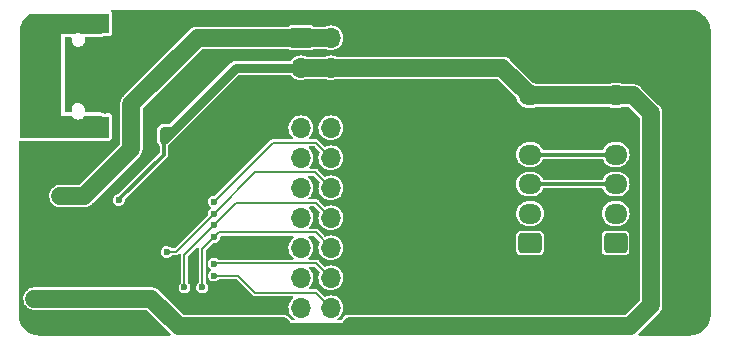
<source format=gbr>
%TF.GenerationSoftware,KiCad,Pcbnew,6.0.1-79c1e3a40b~116~ubuntu20.04.1*%
%TF.CreationDate,2022-02-14T03:59:37+01:00*%
%TF.ProjectId,USB-to-UART-Bridge,5553422d-746f-42d5-9541-52542d427269,rev?*%
%TF.SameCoordinates,Original*%
%TF.FileFunction,Copper,L2,Bot*%
%TF.FilePolarity,Positive*%
%FSLAX46Y46*%
G04 Gerber Fmt 4.6, Leading zero omitted, Abs format (unit mm)*
G04 Created by KiCad (PCBNEW 6.0.1-79c1e3a40b~116~ubuntu20.04.1) date 2022-02-14 03:59:37*
%MOMM*%
%LPD*%
G01*
G04 APERTURE LIST*
G04 Aperture macros list*
%AMRoundRect*
0 Rectangle with rounded corners*
0 $1 Rounding radius*
0 $2 $3 $4 $5 $6 $7 $8 $9 X,Y pos of 4 corners*
0 Add a 4 corners polygon primitive as box body*
4,1,4,$2,$3,$4,$5,$6,$7,$8,$9,$2,$3,0*
0 Add four circle primitives for the rounded corners*
1,1,$1+$1,$2,$3*
1,1,$1+$1,$4,$5*
1,1,$1+$1,$6,$7*
1,1,$1+$1,$8,$9*
0 Add four rect primitives between the rounded corners*
20,1,$1+$1,$2,$3,$4,$5,0*
20,1,$1+$1,$4,$5,$6,$7,0*
20,1,$1+$1,$6,$7,$8,$9,0*
20,1,$1+$1,$8,$9,$2,$3,0*%
G04 Aperture macros list end*
%TA.AperFunction,ComponentPad*%
%ADD10R,1.700000X1.700000*%
%TD*%
%TA.AperFunction,ComponentPad*%
%ADD11O,1.700000X1.700000*%
%TD*%
%TA.AperFunction,ComponentPad*%
%ADD12RoundRect,0.250000X0.725000X-0.600000X0.725000X0.600000X-0.725000X0.600000X-0.725000X-0.600000X0*%
%TD*%
%TA.AperFunction,ComponentPad*%
%ADD13O,1.950000X1.700000*%
%TD*%
%TA.AperFunction,ComponentPad*%
%ADD14O,2.500000X1.200000*%
%TD*%
%TA.AperFunction,ComponentPad*%
%ADD15O,2.200000X1.200000*%
%TD*%
%TA.AperFunction,ViaPad*%
%ADD16C,0.600000*%
%TD*%
%TA.AperFunction,ViaPad*%
%ADD17C,0.800000*%
%TD*%
%TA.AperFunction,Conductor*%
%ADD18C,1.500000*%
%TD*%
%TA.AperFunction,Conductor*%
%ADD19C,0.300000*%
%TD*%
%TA.AperFunction,Conductor*%
%ADD20C,1.000000*%
%TD*%
%TA.AperFunction,Conductor*%
%ADD21C,0.800000*%
%TD*%
%TA.AperFunction,Conductor*%
%ADD22C,0.200000*%
%TD*%
G04 APERTURE END LIST*
D10*
%TO.P,J2,1,Pin_1*%
%TO.N,VBUS*%
X109356000Y-58616000D03*
D11*
%TO.P,J2,2,Pin_2*%
X111896000Y-58616000D03*
%TO.P,J2,3,Pin_3*%
%TO.N,+3V3*%
X109356000Y-61156000D03*
%TO.P,J2,4,Pin_4*%
X111896000Y-61156000D03*
%TO.P,J2,5,Pin_5*%
%TO.N,GND*%
X109356000Y-63696000D03*
%TO.P,J2,6,Pin_6*%
X111896000Y-63696000D03*
%TO.P,J2,7,Pin_7*%
%TO.N,/~{DCD}*%
X109356000Y-66236000D03*
%TO.P,J2,8,Pin_8*%
%TO.N,/~{RI}{slash}CLK*%
X111896000Y-66236000D03*
%TO.P,J2,9,Pin_9*%
%TO.N,/~{DTR}*%
X109356000Y-68776000D03*
%TO.P,J2,10,Pin_10*%
%TO.N,/SUSPEND*%
X111896000Y-68776000D03*
%TO.P,J2,11,Pin_11*%
%TO.N,/~{DSR}*%
X109356000Y-71316000D03*
%TO.P,J2,12,Pin_12*%
%TO.N,/~{SUSPEND}*%
X111896000Y-71316000D03*
%TO.P,J2,13,Pin_13*%
%TO.N,/TXD*%
X109356000Y-73856000D03*
%TO.P,J2,14,Pin_14*%
%TO.N,/~{TXT}{slash}GPIO0*%
X111896000Y-73856000D03*
%TO.P,J2,15,Pin_15*%
%TO.N,/RXD*%
X109356000Y-76396000D03*
%TO.P,J2,16,Pin_16*%
%TO.N,/~{RXT}{slash}GPIO1*%
X111896000Y-76396000D03*
%TO.P,J2,17,Pin_17*%
%TO.N,/~{RTS}*%
X109356000Y-78936000D03*
%TO.P,J2,18,Pin_18*%
%TO.N,/GPIO2*%
X111896000Y-78936000D03*
%TO.P,J2,19,Pin_19*%
%TO.N,/~{CTS}*%
X109356000Y-81476000D03*
%TO.P,J2,20,Pin_20*%
%TO.N,/GPIO3*%
X111896000Y-81476000D03*
%TD*%
D12*
%TO.P,J4,1,Pin_1*%
%TO.N,/~{DTR}*%
X128750000Y-76000000D03*
D13*
%TO.P,J4,2,Pin_2*%
%TO.N,/~{RTS}*%
X128750000Y-73500000D03*
%TO.P,J4,3,Pin_3*%
%TO.N,/RXD*%
X128750000Y-71000000D03*
%TO.P,J4,4,Pin_4*%
%TO.N,/TXD*%
X128750000Y-68500000D03*
%TO.P,J4,5,Pin_5*%
%TO.N,GND*%
X128750000Y-66000000D03*
%TO.P,J4,6,Pin_6*%
%TO.N,+3V3*%
X128750000Y-63500000D03*
%TD*%
D14*
%TO.P,J1,S1,SHIELD*%
%TO.N,Earth*%
X87400000Y-57497011D03*
X87400000Y-66137011D03*
D15*
X91225000Y-66137011D03*
X91225000Y-57497011D03*
%TD*%
D12*
%TO.P,J3,1,Pin_1*%
%TO.N,/EN*%
X136000000Y-76000000D03*
D13*
%TO.P,J3,2,Pin_2*%
%TO.N,/IO0*%
X136000000Y-73500000D03*
%TO.P,J3,3,Pin_3*%
%TO.N,/RXD*%
X136000000Y-71000000D03*
%TO.P,J3,4,Pin_4*%
%TO.N,/TXD*%
X136000000Y-68500000D03*
%TO.P,J3,5,Pin_5*%
%TO.N,GND*%
X136000000Y-66000000D03*
%TO.P,J3,6,Pin_6*%
%TO.N,+3V3*%
X136000000Y-63500000D03*
%TD*%
D16*
%TO.N,VBUS*%
X97562500Y-61550000D03*
D17*
X89000000Y-72000000D03*
X91000000Y-72000000D03*
X90000000Y-72000000D03*
%TO.N,GND*%
X91750000Y-75000000D03*
X91750000Y-77500000D03*
D16*
X99000000Y-70250000D03*
X97100000Y-79300000D03*
D17*
X120000000Y-66250000D03*
X97000000Y-56750000D03*
X120000000Y-63500000D03*
X107000000Y-56750000D03*
X112000000Y-56750000D03*
D16*
X100599500Y-66721993D03*
X93150000Y-61550000D03*
D17*
X101000000Y-61500000D03*
X142000000Y-56750000D03*
D16*
X100500000Y-68750000D03*
X86300000Y-76200000D03*
X100500000Y-70250000D03*
D17*
X137000000Y-56750000D03*
X117000000Y-56750000D03*
D16*
X87200000Y-76200000D03*
D17*
X93500000Y-76250000D03*
X93500000Y-75000000D03*
X132000000Y-56750000D03*
X142000000Y-81000000D03*
D16*
X99750000Y-69500000D03*
D17*
X94750000Y-79000000D03*
X94750000Y-73500000D03*
X92750000Y-64625000D03*
D16*
X94000000Y-56809022D03*
D17*
X96000000Y-79000000D03*
X96000000Y-73500000D03*
X91750000Y-76250000D03*
X142000000Y-61500000D03*
X122000000Y-56750000D03*
X127000000Y-56750000D03*
X102000000Y-56750000D03*
X122000000Y-81000000D03*
X125000000Y-81000000D03*
D16*
X99000000Y-68750000D03*
D17*
X92750000Y-58875000D03*
X142000000Y-77750000D03*
X93500000Y-77500000D03*
D16*
%TO.N,+3V3*%
X97750000Y-67250000D03*
X95600000Y-80700000D03*
X98500000Y-66500000D03*
X97750000Y-66500000D03*
D17*
X86800000Y-80700000D03*
X88250000Y-80700000D03*
X89700000Y-80700000D03*
D16*
X93950000Y-72350000D03*
D17*
%TO.N,Earth*%
X88250000Y-59375000D03*
X88250000Y-61875000D03*
X88250000Y-64375000D03*
X86500000Y-64375000D03*
X86500000Y-59375000D03*
X86500000Y-61875000D03*
D16*
%TO.N,/~{RXT}{slash}GPIO1*%
X101000000Y-79750000D03*
X102000000Y-75500000D03*
%TO.N,/~{TXT}{slash}GPIO0*%
X102000000Y-74500000D03*
X99500000Y-79750000D03*
%TO.N,/SUSPEND*%
X102000000Y-72500000D03*
%TO.N,/~{SUSPEND}*%
X102000000Y-73500000D03*
X98000000Y-76750000D03*
%TO.N,/GPIO2*%
X102000000Y-77750000D03*
%TO.N,/GPIO3*%
X102000000Y-78750000D03*
%TD*%
D18*
%TO.N,VBUS*%
X95000000Y-68000000D02*
X91000000Y-72000000D01*
X111896000Y-58616000D02*
X109356000Y-58616000D01*
X109356000Y-58616000D02*
X100634000Y-58616000D01*
X90000000Y-72000000D02*
X89000000Y-72000000D01*
X95000000Y-64250000D02*
X95000000Y-68000000D01*
X100634000Y-58616000D02*
X95000000Y-64250000D01*
X91000000Y-72000000D02*
X90000000Y-72000000D01*
D19*
%TO.N,+3V3*%
X97750000Y-67250000D02*
X97750000Y-68500000D01*
D18*
X139000000Y-65000000D02*
X137500000Y-63500000D01*
X128750000Y-63500000D02*
X136000000Y-63500000D01*
D20*
X114416938Y-83250000D02*
X107250000Y-83250000D01*
D21*
X98500000Y-66500000D02*
X97750000Y-66500000D01*
D19*
X93950000Y-72300000D02*
X93950000Y-72350000D01*
D18*
X111896000Y-61156000D02*
X126406000Y-61156000D01*
D21*
X97750000Y-66500000D02*
X97750000Y-67250000D01*
X109356000Y-61156000D02*
X103844000Y-61156000D01*
D18*
X89700000Y-80700000D02*
X88450000Y-80700000D01*
X126406000Y-61156000D02*
X128750000Y-63500000D01*
X88450000Y-80700000D02*
X86800000Y-80700000D01*
D19*
X97750000Y-68500000D02*
X93950000Y-72300000D01*
D18*
X109356000Y-61156000D02*
X111896000Y-61156000D01*
X137250000Y-83000000D02*
X139000000Y-81250000D01*
X137500000Y-63500000D02*
X136000000Y-63500000D01*
D21*
X103844000Y-61156000D02*
X98500000Y-66500000D01*
D18*
X95600000Y-80700000D02*
X89700000Y-80700000D01*
X99000000Y-83000000D02*
X96700000Y-80700000D01*
X96700000Y-80700000D02*
X95600000Y-80700000D01*
X113583469Y-83000000D02*
X137250000Y-83000000D01*
D21*
X97750000Y-67250000D02*
X98500000Y-66500000D01*
D18*
X139000000Y-81250000D02*
X139000000Y-65000000D01*
X107750000Y-83000000D02*
X99000000Y-83000000D01*
D21*
%TO.N,Earth*%
X91225000Y-66137011D02*
X87400000Y-66137011D01*
X91225000Y-57497011D02*
X87400000Y-57497011D01*
X87400000Y-57497011D02*
X87400000Y-66137011D01*
D19*
%TO.N,/TXD*%
X128750000Y-68500000D02*
X136000000Y-68500000D01*
%TO.N,/RXD*%
X128750000Y-71000000D02*
X136000000Y-71000000D01*
D22*
%TO.N,/~{RXT}{slash}GPIO1*%
X101000000Y-76500000D02*
X102000000Y-75500000D01*
X102400000Y-75100000D02*
X102000000Y-75500000D01*
X111896000Y-76396000D02*
X110600000Y-75100000D01*
X110600000Y-75100000D02*
X102400000Y-75100000D01*
X101000000Y-79750000D02*
X101000000Y-76500000D01*
%TO.N,/~{TXT}{slash}GPIO0*%
X99500000Y-77000000D02*
X102000000Y-74500000D01*
X111896000Y-73856000D02*
X110640000Y-72600000D01*
X110640000Y-72600000D02*
X103900000Y-72600000D01*
X103900000Y-72600000D02*
X102000000Y-74500000D01*
X99500000Y-79750000D02*
X99500000Y-77000000D01*
%TO.N,/SUSPEND*%
X107000000Y-67500000D02*
X102000000Y-72500000D01*
X110620000Y-67500000D02*
X107000000Y-67500000D01*
X111896000Y-68776000D02*
X110620000Y-67500000D01*
%TO.N,/~{SUSPEND}*%
X110580000Y-70000000D02*
X105500000Y-70000000D01*
X105500000Y-70000000D02*
X102000000Y-73500000D01*
X111896000Y-71316000D02*
X110580000Y-70000000D01*
X102000000Y-73500000D02*
X98750000Y-76750000D01*
X98750000Y-76750000D02*
X98000000Y-76750000D01*
%TO.N,/GPIO2*%
X102050000Y-77700000D02*
X102000000Y-77750000D01*
X111896000Y-78936000D02*
X110660000Y-77700000D01*
X110660000Y-77700000D02*
X102050000Y-77700000D01*
%TO.N,/GPIO3*%
X111896000Y-81476000D02*
X110620000Y-80200000D01*
X110620000Y-80200000D02*
X105450000Y-80200000D01*
X104000000Y-78750000D02*
X102000000Y-78750000D01*
X105450000Y-80200000D02*
X104000000Y-78750000D01*
%TD*%
%TA.AperFunction,Conductor*%
%TO.N,GND*%
G36*
X142238227Y-56235507D02*
G01*
X142249642Y-56238132D01*
X142260517Y-56235671D01*
X142271664Y-56235691D01*
X142271664Y-56235852D01*
X142281669Y-56235065D01*
X142353759Y-56239790D01*
X142478475Y-56247964D01*
X142491302Y-56249652D01*
X142709516Y-56293057D01*
X142722016Y-56296407D01*
X142913316Y-56361345D01*
X142932691Y-56367922D01*
X142944653Y-56372878D01*
X142999707Y-56400027D01*
X143144180Y-56471273D01*
X143155386Y-56477742D01*
X143340385Y-56601354D01*
X143350639Y-56609222D01*
X143517914Y-56755919D01*
X143527069Y-56765074D01*
X143673767Y-56932350D01*
X143681635Y-56942604D01*
X143805247Y-57127603D01*
X143811716Y-57138809D01*
X143910111Y-57338335D01*
X143915067Y-57350298D01*
X143986581Y-57560969D01*
X143989932Y-57573473D01*
X144029129Y-57770528D01*
X144033336Y-57791680D01*
X144035025Y-57804512D01*
X144047891Y-58000805D01*
X144047101Y-58010617D01*
X144047375Y-58010617D01*
X144047355Y-58021767D01*
X144044857Y-58032631D01*
X144047317Y-58043503D01*
X144047317Y-58043505D01*
X144047559Y-58044572D01*
X144050000Y-58066421D01*
X144050000Y-81999029D01*
X144047482Y-82021216D01*
X144044857Y-82032631D01*
X144047318Y-82043506D01*
X144047298Y-82054653D01*
X144047137Y-82054653D01*
X144047924Y-82064658D01*
X144046385Y-82088138D01*
X144036405Y-82240424D01*
X144035026Y-82261458D01*
X144033337Y-82274291D01*
X143994462Y-82469729D01*
X143989933Y-82492500D01*
X143986582Y-82505005D01*
X143977896Y-82530593D01*
X143915067Y-82715680D01*
X143910111Y-82727643D01*
X143811716Y-82927169D01*
X143805247Y-82938375D01*
X143681635Y-83123374D01*
X143673767Y-83133628D01*
X143541003Y-83285016D01*
X143527070Y-83300903D01*
X143517915Y-83310058D01*
X143350639Y-83456756D01*
X143340385Y-83464624D01*
X143155386Y-83588236D01*
X143144180Y-83594705D01*
X142965697Y-83682723D01*
X142944654Y-83693100D01*
X142932692Y-83698056D01*
X142722016Y-83769571D01*
X142709516Y-83772921D01*
X142491302Y-83816326D01*
X142478477Y-83818014D01*
X142282181Y-83830880D01*
X142272372Y-83830090D01*
X142272372Y-83830364D01*
X142261222Y-83830344D01*
X142250358Y-83827846D01*
X142239486Y-83830306D01*
X142239484Y-83830306D01*
X142238417Y-83830548D01*
X142216568Y-83832989D01*
X138006343Y-83832989D01*
X137948152Y-83814082D01*
X137912188Y-83764582D01*
X137912188Y-83703396D01*
X137934648Y-83665718D01*
X137938065Y-83662130D01*
X137941875Y-83658864D01*
X137960631Y-83634684D01*
X137968852Y-83625358D01*
X139661471Y-81932739D01*
X139663453Y-81930812D01*
X139719592Y-81877724D01*
X139723235Y-81874279D01*
X139726109Y-81870174D01*
X139726112Y-81870171D01*
X139756538Y-81826717D01*
X139760914Y-81820930D01*
X139794449Y-81779812D01*
X139797615Y-81775930D01*
X139799935Y-81771493D01*
X139799938Y-81771488D01*
X139810905Y-81750510D01*
X139817543Y-81739594D01*
X139831111Y-81720216D01*
X139831113Y-81720212D01*
X139833991Y-81716102D01*
X139857060Y-81662793D01*
X139860163Y-81656289D01*
X139887078Y-81604805D01*
X139894987Y-81577225D01*
X139899293Y-81565199D01*
X139908690Y-81543483D01*
X139910680Y-81538885D01*
X139912304Y-81531116D01*
X139922553Y-81482052D01*
X139924291Y-81475030D01*
X139940303Y-81419187D01*
X139942504Y-81390587D01*
X139944304Y-81377939D01*
X139949389Y-81353596D01*
X139950168Y-81349867D01*
X139950500Y-81343532D01*
X139950500Y-81290462D01*
X139950792Y-81282867D01*
X139951707Y-81270970D01*
X139955117Y-81226658D01*
X139951281Y-81196293D01*
X139950500Y-81183885D01*
X139950500Y-65015020D01*
X139950539Y-65012256D01*
X139952696Y-64935040D01*
X139952836Y-64930027D01*
X139942749Y-64872826D01*
X139941757Y-64865668D01*
X139935888Y-64807890D01*
X139927307Y-64780509D01*
X139924283Y-64768101D01*
X139920175Y-64744800D01*
X139920174Y-64744796D01*
X139919304Y-64739863D01*
X139897929Y-64685875D01*
X139895509Y-64679041D01*
X139888791Y-64657601D01*
X139878144Y-64623627D01*
X139875715Y-64619245D01*
X139875712Y-64619238D01*
X139864234Y-64598532D01*
X139858774Y-64586982D01*
X139848220Y-64560324D01*
X139816427Y-64511740D01*
X139812682Y-64505531D01*
X139786960Y-64459125D01*
X139786956Y-64459119D01*
X139784528Y-64454739D01*
X139765852Y-64432949D01*
X139758195Y-64422750D01*
X139742487Y-64398746D01*
X139738242Y-64394032D01*
X139700714Y-64356504D01*
X139695550Y-64350927D01*
X139662130Y-64311935D01*
X139662128Y-64311933D01*
X139658864Y-64308125D01*
X139634684Y-64289369D01*
X139625358Y-64281148D01*
X138182739Y-62838529D01*
X138180812Y-62836547D01*
X138127724Y-62780408D01*
X138124279Y-62776765D01*
X138120174Y-62773891D01*
X138120171Y-62773888D01*
X138076717Y-62743462D01*
X138070930Y-62739086D01*
X138029812Y-62705551D01*
X138025930Y-62702385D01*
X138021493Y-62700065D01*
X138021488Y-62700062D01*
X138000510Y-62689095D01*
X137989594Y-62682457D01*
X137970217Y-62668889D01*
X137970208Y-62668884D01*
X137966102Y-62666009D01*
X137912811Y-62642948D01*
X137906268Y-62639827D01*
X137859253Y-62615248D01*
X137859254Y-62615248D01*
X137854806Y-62612923D01*
X137849985Y-62611540D01*
X137849981Y-62611539D01*
X137827235Y-62605017D01*
X137815204Y-62600709D01*
X137793486Y-62591310D01*
X137793477Y-62591307D01*
X137788885Y-62589320D01*
X137783986Y-62588296D01*
X137783981Y-62588295D01*
X137732053Y-62577447D01*
X137725010Y-62575704D01*
X137674003Y-62561078D01*
X137669187Y-62559697D01*
X137664195Y-62559313D01*
X137664190Y-62559312D01*
X137640587Y-62557496D01*
X137627939Y-62555696D01*
X137603596Y-62550611D01*
X137599867Y-62549832D01*
X137593532Y-62549500D01*
X137540462Y-62549500D01*
X137532867Y-62549208D01*
X137476658Y-62544883D01*
X137471688Y-62545511D01*
X137471684Y-62545511D01*
X137446293Y-62548719D01*
X137433885Y-62549500D01*
X136602133Y-62549500D01*
X136554443Y-62537255D01*
X136540838Y-62529776D01*
X136344468Y-62467484D01*
X136339656Y-62466944D01*
X136339655Y-62466944D01*
X136186892Y-62449809D01*
X136186890Y-62449809D01*
X136184136Y-62449500D01*
X135823159Y-62449500D01*
X135820764Y-62449735D01*
X135820760Y-62449735D01*
X135674780Y-62464048D01*
X135674776Y-62464049D01*
X135669970Y-62464520D01*
X135665345Y-62465916D01*
X135665342Y-62465917D01*
X135552869Y-62499875D01*
X135472749Y-62524065D01*
X135468479Y-62526335D01*
X135468475Y-62526337D01*
X135446706Y-62537912D01*
X135400229Y-62549500D01*
X129352133Y-62549500D01*
X129304443Y-62537255D01*
X129290838Y-62529776D01*
X129094468Y-62467484D01*
X129089652Y-62466944D01*
X129084921Y-62465938D01*
X129085334Y-62463996D01*
X129033039Y-62438829D01*
X127088739Y-60494529D01*
X127086812Y-60492547D01*
X127033724Y-60436408D01*
X127030279Y-60432765D01*
X127026174Y-60429891D01*
X127026171Y-60429888D01*
X126982717Y-60399462D01*
X126976930Y-60395086D01*
X126935812Y-60361551D01*
X126931930Y-60358385D01*
X126927493Y-60356065D01*
X126927488Y-60356062D01*
X126906510Y-60345095D01*
X126895594Y-60338457D01*
X126876217Y-60324889D01*
X126876208Y-60324884D01*
X126872102Y-60322009D01*
X126818811Y-60298948D01*
X126812268Y-60295827D01*
X126765253Y-60271248D01*
X126765254Y-60271248D01*
X126760806Y-60268923D01*
X126755985Y-60267540D01*
X126755981Y-60267539D01*
X126733235Y-60261017D01*
X126721204Y-60256709D01*
X126699486Y-60247310D01*
X126699477Y-60247307D01*
X126694885Y-60245320D01*
X126689986Y-60244296D01*
X126689981Y-60244295D01*
X126638053Y-60233447D01*
X126631010Y-60231704D01*
X126580003Y-60217078D01*
X126575187Y-60215697D01*
X126570195Y-60215313D01*
X126570190Y-60215312D01*
X126546587Y-60213496D01*
X126533939Y-60211696D01*
X126509596Y-60206611D01*
X126505867Y-60205832D01*
X126499532Y-60205500D01*
X126446462Y-60205500D01*
X126438867Y-60205208D01*
X126382658Y-60200883D01*
X126377688Y-60201511D01*
X126377684Y-60201511D01*
X126352293Y-60204719D01*
X126339885Y-60205500D01*
X112371909Y-60205500D01*
X112324822Y-60193585D01*
X112309309Y-60185197D01*
X112309308Y-60185196D01*
X112305055Y-60182897D01*
X112241855Y-60163333D01*
X112112875Y-60123407D01*
X112112871Y-60123406D01*
X112108254Y-60121977D01*
X112103446Y-60121472D01*
X112103443Y-60121471D01*
X111908185Y-60100949D01*
X111908183Y-60100949D01*
X111903369Y-60100443D01*
X111843354Y-60105905D01*
X111703022Y-60118675D01*
X111703017Y-60118676D01*
X111698203Y-60119114D01*
X111500572Y-60177280D01*
X111469384Y-60193585D01*
X111468143Y-60194234D01*
X111422276Y-60205500D01*
X109831909Y-60205500D01*
X109784822Y-60193585D01*
X109769309Y-60185197D01*
X109769308Y-60185196D01*
X109765055Y-60182897D01*
X109701855Y-60163333D01*
X109572875Y-60123407D01*
X109572871Y-60123406D01*
X109568254Y-60121977D01*
X109563446Y-60121472D01*
X109563443Y-60121471D01*
X109368185Y-60100949D01*
X109368183Y-60100949D01*
X109363369Y-60100443D01*
X109303354Y-60105905D01*
X109163022Y-60118675D01*
X109163017Y-60118676D01*
X109158203Y-60119114D01*
X108960572Y-60177280D01*
X108956288Y-60179519D01*
X108956287Y-60179520D01*
X108906338Y-60205633D01*
X108778002Y-60272726D01*
X108774231Y-60275758D01*
X108621220Y-60398781D01*
X108621217Y-60398783D01*
X108617447Y-60401815D01*
X108614333Y-60405526D01*
X108614332Y-60405527D01*
X108518163Y-60520136D01*
X108466275Y-60552559D01*
X108442325Y-60555500D01*
X103889849Y-60555500D01*
X103876927Y-60554653D01*
X103844000Y-60550318D01*
X103837566Y-60551165D01*
X103804639Y-60555500D01*
X103687238Y-60570956D01*
X103541159Y-60631464D01*
X103415718Y-60727718D01*
X103411764Y-60732871D01*
X103395502Y-60754064D01*
X103386964Y-60763801D01*
X98280261Y-65870504D01*
X98225744Y-65898281D01*
X98210257Y-65899500D01*
X97795849Y-65899500D01*
X97782927Y-65898653D01*
X97750000Y-65894318D01*
X97743566Y-65895165D01*
X97710639Y-65899500D01*
X97593238Y-65914956D01*
X97447159Y-65975464D01*
X97321718Y-66071718D01*
X97225464Y-66197159D01*
X97164956Y-66343238D01*
X97144318Y-66500000D01*
X97145165Y-66506433D01*
X97148653Y-66532927D01*
X97149500Y-66545849D01*
X97149500Y-67204151D01*
X97148653Y-67217072D01*
X97144318Y-67250000D01*
X97164956Y-67406762D01*
X97225464Y-67552841D01*
X97321718Y-67678282D01*
X97326871Y-67682236D01*
X97360767Y-67708245D01*
X97395423Y-67758669D01*
X97399500Y-67786787D01*
X97399500Y-68313810D01*
X97380593Y-68372001D01*
X97370504Y-68383814D01*
X93931471Y-71822847D01*
X93881046Y-71847876D01*
X93881376Y-71849031D01*
X93875112Y-71850821D01*
X93875111Y-71850822D01*
X93804592Y-71870976D01*
X93750309Y-71886490D01*
X93750307Y-71886491D01*
X93743529Y-71888428D01*
X93622280Y-71964930D01*
X93617613Y-71970214D01*
X93617611Y-71970216D01*
X93532044Y-72067103D01*
X93532042Y-72067105D01*
X93527377Y-72072388D01*
X93466447Y-72202163D01*
X93465362Y-72209132D01*
X93465361Y-72209135D01*
X93451854Y-72295893D01*
X93444391Y-72343823D01*
X93445306Y-72350820D01*
X93445306Y-72350821D01*
X93460753Y-72468948D01*
X93462980Y-72485979D01*
X93465821Y-72492435D01*
X93465821Y-72492436D01*
X93507245Y-72586578D01*
X93520720Y-72617203D01*
X93552405Y-72654897D01*
X93608431Y-72721549D01*
X93608434Y-72721551D01*
X93612970Y-72726948D01*
X93618841Y-72730856D01*
X93618842Y-72730857D01*
X93631143Y-72739045D01*
X93732313Y-72806390D01*
X93827030Y-72835981D01*
X93862425Y-72847039D01*
X93862426Y-72847039D01*
X93869157Y-72849142D01*
X93940828Y-72850456D01*
X94005445Y-72851641D01*
X94005447Y-72851641D01*
X94012499Y-72851770D01*
X94019302Y-72849915D01*
X94019304Y-72849915D01*
X94094503Y-72829413D01*
X94150817Y-72814060D01*
X94272991Y-72739045D01*
X94280403Y-72730857D01*
X94364468Y-72637982D01*
X94369200Y-72632754D01*
X94419802Y-72528311D01*
X94428634Y-72510082D01*
X94431710Y-72503733D01*
X94433378Y-72493823D01*
X94454862Y-72366124D01*
X94454862Y-72366120D01*
X94455496Y-72362354D01*
X94455647Y-72350000D01*
X94455104Y-72346208D01*
X94454856Y-72342400D01*
X94455888Y-72342333D01*
X94465628Y-72286276D01*
X94483152Y-72262530D01*
X97963937Y-68781745D01*
X97980240Y-68768580D01*
X97982274Y-68767267D01*
X97982278Y-68767264D01*
X97989152Y-68762825D01*
X98008984Y-68737668D01*
X98012900Y-68733262D01*
X98012899Y-68733261D01*
X98015550Y-68730132D01*
X98018429Y-68727253D01*
X98025845Y-68716875D01*
X98029037Y-68712409D01*
X98031836Y-68708681D01*
X98044215Y-68692978D01*
X98061392Y-68671189D01*
X98063957Y-68663886D01*
X98064609Y-68662631D01*
X98069111Y-68656330D01*
X98082791Y-68610588D01*
X98084232Y-68606154D01*
X98097992Y-68566970D01*
X98097993Y-68566966D01*
X98100055Y-68561094D01*
X98100500Y-68555956D01*
X98100500Y-68553818D01*
X98100574Y-68552099D01*
X98100689Y-68550738D01*
X98102544Y-68544536D01*
X98100576Y-68494446D01*
X98100500Y-68490559D01*
X98100500Y-67786787D01*
X98119407Y-67728596D01*
X98139233Y-67708245D01*
X98173129Y-67682236D01*
X98178282Y-67678282D01*
X98198498Y-67651936D01*
X98207036Y-67642199D01*
X98892199Y-66957036D01*
X98901936Y-66948498D01*
X98923129Y-66932236D01*
X98928282Y-66928282D01*
X98948498Y-66901936D01*
X98957036Y-66892199D01*
X104063739Y-61785496D01*
X104118256Y-61757719D01*
X104133743Y-61756500D01*
X108443586Y-61756500D01*
X108501777Y-61775407D01*
X108521172Y-61794007D01*
X108593671Y-61885479D01*
X108593678Y-61885486D01*
X108596677Y-61889270D01*
X108753564Y-62022791D01*
X108757787Y-62025151D01*
X108757791Y-62025154D01*
X108874702Y-62090493D01*
X108933398Y-62123297D01*
X108937996Y-62124791D01*
X109124724Y-62185463D01*
X109124726Y-62185464D01*
X109129329Y-62186959D01*
X109333894Y-62211351D01*
X109338716Y-62210980D01*
X109338719Y-62210980D01*
X109406541Y-62205761D01*
X109539300Y-62195546D01*
X109737725Y-62140145D01*
X109746929Y-62135496D01*
X109783279Y-62117134D01*
X109827916Y-62106500D01*
X111417556Y-62106500D01*
X111465853Y-62119080D01*
X111473398Y-62123297D01*
X111477996Y-62124791D01*
X111664724Y-62185463D01*
X111664726Y-62185464D01*
X111669329Y-62186959D01*
X111873894Y-62211351D01*
X111878716Y-62210980D01*
X111878719Y-62210980D01*
X111946541Y-62205761D01*
X112079300Y-62195546D01*
X112277725Y-62140145D01*
X112286929Y-62135496D01*
X112323279Y-62117134D01*
X112367916Y-62106500D01*
X125971282Y-62106500D01*
X126029473Y-62125407D01*
X126041286Y-62135496D01*
X127563818Y-63658028D01*
X127588786Y-63700080D01*
X127646280Y-63895428D01*
X127648519Y-63899712D01*
X127648520Y-63899713D01*
X127663789Y-63928920D01*
X127741726Y-64077998D01*
X127744758Y-64081769D01*
X127866074Y-64232656D01*
X127870815Y-64238553D01*
X127874526Y-64241667D01*
X127874527Y-64241668D01*
X128008181Y-64353817D01*
X128028630Y-64370976D01*
X128209162Y-64470224D01*
X128213775Y-64471687D01*
X128213779Y-64471689D01*
X128320464Y-64505531D01*
X128405532Y-64532516D01*
X128410344Y-64533056D01*
X128410345Y-64533056D01*
X128563108Y-64550191D01*
X128563110Y-64550191D01*
X128565864Y-64550500D01*
X128926841Y-64550500D01*
X128929236Y-64550265D01*
X128929240Y-64550265D01*
X129075220Y-64535952D01*
X129075224Y-64535951D01*
X129080030Y-64535480D01*
X129084655Y-64534084D01*
X129084658Y-64534083D01*
X129265456Y-64479496D01*
X129277251Y-64475935D01*
X129281521Y-64473665D01*
X129281525Y-64473663D01*
X129303294Y-64462088D01*
X129349771Y-64450500D01*
X135397867Y-64450500D01*
X135445557Y-64462745D01*
X135459162Y-64470224D01*
X135655532Y-64532516D01*
X135660344Y-64533056D01*
X135660345Y-64533056D01*
X135813108Y-64550191D01*
X135813110Y-64550191D01*
X135815864Y-64550500D01*
X136176841Y-64550500D01*
X136179236Y-64550265D01*
X136179240Y-64550265D01*
X136325220Y-64535952D01*
X136325224Y-64535951D01*
X136330030Y-64535480D01*
X136334655Y-64534084D01*
X136334658Y-64534083D01*
X136515456Y-64479496D01*
X136527251Y-64475935D01*
X136531521Y-64473665D01*
X136531525Y-64473663D01*
X136553294Y-64462088D01*
X136599771Y-64450500D01*
X137065282Y-64450500D01*
X137123473Y-64469407D01*
X137135286Y-64479496D01*
X138020504Y-65364714D01*
X138048281Y-65419231D01*
X138049500Y-65434718D01*
X138049500Y-80815282D01*
X138030593Y-80873473D01*
X138020504Y-80885286D01*
X136885286Y-82020504D01*
X136830769Y-82048281D01*
X136815282Y-82049500D01*
X113535210Y-82049500D01*
X113532722Y-82049753D01*
X113532717Y-82049753D01*
X113396346Y-82063605D01*
X113396342Y-82063606D01*
X113391359Y-82064112D01*
X113207096Y-82121856D01*
X113038208Y-82215472D01*
X112891594Y-82341136D01*
X112888517Y-82345103D01*
X112776313Y-82489754D01*
X112776310Y-82489759D01*
X112773242Y-82493714D01*
X112771031Y-82498207D01*
X112768368Y-82502469D01*
X112766264Y-82501154D01*
X112730280Y-82538106D01*
X112684169Y-82549500D01*
X112514321Y-82549500D01*
X112456130Y-82530593D01*
X112420166Y-82481093D01*
X112420166Y-82419907D01*
X112460613Y-82367762D01*
X112461610Y-82367258D01*
X112465431Y-82364273D01*
X112620135Y-82243406D01*
X112620139Y-82243402D01*
X112623951Y-82240424D01*
X112758564Y-82084472D01*
X112769279Y-82065611D01*
X112857934Y-81909550D01*
X112857935Y-81909547D01*
X112860323Y-81905344D01*
X112873882Y-81864586D01*
X112923824Y-81714454D01*
X112923824Y-81714452D01*
X112925351Y-81709863D01*
X112932991Y-81649390D01*
X112947317Y-81535981D01*
X112951171Y-81505474D01*
X112951583Y-81476000D01*
X112946485Y-81424001D01*
X112931952Y-81275780D01*
X112931951Y-81275776D01*
X112931480Y-81270970D01*
X112871935Y-81073749D01*
X112775218Y-80891849D01*
X112645011Y-80732200D01*
X112486275Y-80600882D01*
X112335590Y-80519407D01*
X112309309Y-80505197D01*
X112309308Y-80505197D01*
X112305055Y-80502897D01*
X112212744Y-80474322D01*
X112112875Y-80443407D01*
X112112871Y-80443406D01*
X112108254Y-80441977D01*
X112103446Y-80441472D01*
X112103443Y-80441471D01*
X111908185Y-80420949D01*
X111908183Y-80420949D01*
X111903369Y-80420443D01*
X111843354Y-80425905D01*
X111703022Y-80438675D01*
X111703017Y-80438676D01*
X111698203Y-80439114D01*
X111621163Y-80461788D01*
X111505219Y-80495912D01*
X111505216Y-80495913D01*
X111500572Y-80497280D01*
X111461050Y-80517941D01*
X111400725Y-80528145D01*
X111345182Y-80500211D01*
X110870320Y-80025349D01*
X110867620Y-80022220D01*
X110865425Y-80017731D01*
X110829178Y-79984107D01*
X110826502Y-79981531D01*
X110812723Y-79967752D01*
X110809013Y-79965207D01*
X110805100Y-79961771D01*
X110790055Y-79947815D01*
X110783354Y-79941599D01*
X110772664Y-79937334D01*
X110753348Y-79927020D01*
X110751393Y-79925679D01*
X110751390Y-79925678D01*
X110743854Y-79920508D01*
X110717941Y-79914359D01*
X110704116Y-79909986D01*
X110685868Y-79902706D01*
X110685866Y-79902706D01*
X110679378Y-79900117D01*
X110673085Y-79899500D01*
X110666916Y-79899500D01*
X110644057Y-79896825D01*
X110643827Y-79896770D01*
X110643825Y-79896770D01*
X110634934Y-79894660D01*
X110606013Y-79898596D01*
X110592663Y-79899500D01*
X110116661Y-79899500D01*
X110058470Y-79880593D01*
X110022506Y-79831093D01*
X110022506Y-79769907D01*
X110055709Y-79722489D01*
X110083951Y-79700424D01*
X110218564Y-79544472D01*
X110237231Y-79511613D01*
X110317934Y-79369550D01*
X110317935Y-79369547D01*
X110320323Y-79365344D01*
X110325998Y-79348286D01*
X110383824Y-79174454D01*
X110383824Y-79174452D01*
X110385351Y-79169863D01*
X110390773Y-79126948D01*
X110410823Y-78968228D01*
X110411171Y-78965474D01*
X110411583Y-78936000D01*
X110407312Y-78892436D01*
X110391952Y-78735780D01*
X110391951Y-78735776D01*
X110391480Y-78730970D01*
X110385081Y-78709774D01*
X110341181Y-78564373D01*
X110331935Y-78533749D01*
X110235218Y-78351849D01*
X110105011Y-78192200D01*
X110085164Y-78175781D01*
X110052379Y-78124120D01*
X110056221Y-78063055D01*
X110095222Y-78015911D01*
X110148269Y-78000500D01*
X110494521Y-78000500D01*
X110552712Y-78019407D01*
X110564525Y-78029496D01*
X110919124Y-78384095D01*
X110946901Y-78438612D01*
X110935874Y-78501793D01*
X110928111Y-78515914D01*
X110925776Y-78520162D01*
X110924313Y-78524775D01*
X110924311Y-78524779D01*
X110870413Y-78694689D01*
X110863484Y-78716532D01*
X110862944Y-78721344D01*
X110862944Y-78721345D01*
X110844478Y-78885979D01*
X110840520Y-78921262D01*
X110840925Y-78926082D01*
X110857339Y-79121549D01*
X110857759Y-79126553D01*
X110859092Y-79131201D01*
X110859092Y-79131202D01*
X110913100Y-79319549D01*
X110914544Y-79324586D01*
X111008712Y-79507818D01*
X111136677Y-79669270D01*
X111140357Y-79672402D01*
X111140359Y-79672404D01*
X111248116Y-79764112D01*
X111293564Y-79802791D01*
X111297787Y-79805151D01*
X111297791Y-79805154D01*
X111403118Y-79864019D01*
X111473398Y-79903297D01*
X111477996Y-79904791D01*
X111664724Y-79965463D01*
X111664726Y-79965464D01*
X111669329Y-79966959D01*
X111873894Y-79991351D01*
X111878716Y-79990980D01*
X111878719Y-79990980D01*
X111946541Y-79985761D01*
X112079300Y-79975546D01*
X112277725Y-79920145D01*
X112282038Y-79917966D01*
X112282044Y-79917964D01*
X112457289Y-79829441D01*
X112457291Y-79829440D01*
X112461610Y-79827258D01*
X112489902Y-79805154D01*
X112620135Y-79703406D01*
X112620139Y-79703402D01*
X112623951Y-79700424D01*
X112758564Y-79544472D01*
X112777231Y-79511613D01*
X112857934Y-79369550D01*
X112857935Y-79369547D01*
X112860323Y-79365344D01*
X112865998Y-79348286D01*
X112923824Y-79174454D01*
X112923824Y-79174452D01*
X112925351Y-79169863D01*
X112930773Y-79126948D01*
X112950823Y-78968228D01*
X112951171Y-78965474D01*
X112951583Y-78936000D01*
X112947312Y-78892436D01*
X112931952Y-78735780D01*
X112931951Y-78735776D01*
X112931480Y-78730970D01*
X112925081Y-78709774D01*
X112881181Y-78564373D01*
X112871935Y-78533749D01*
X112775218Y-78351849D01*
X112645011Y-78192200D01*
X112615160Y-78167505D01*
X112490002Y-78063965D01*
X112490000Y-78063964D01*
X112486275Y-78060882D01*
X112351750Y-77988145D01*
X112309309Y-77965197D01*
X112309308Y-77965197D01*
X112305055Y-77962897D01*
X112241855Y-77943333D01*
X112112875Y-77903407D01*
X112112871Y-77903406D01*
X112108254Y-77901977D01*
X112103446Y-77901472D01*
X112103443Y-77901471D01*
X111908185Y-77880949D01*
X111908183Y-77880949D01*
X111903369Y-77880443D01*
X111843354Y-77885905D01*
X111703022Y-77898675D01*
X111703017Y-77898676D01*
X111698203Y-77899114D01*
X111683617Y-77903407D01*
X111505219Y-77955912D01*
X111505216Y-77955913D01*
X111500572Y-77957280D01*
X111461050Y-77977941D01*
X111400725Y-77988145D01*
X111345182Y-77960211D01*
X110910320Y-77525349D01*
X110907620Y-77522220D01*
X110905425Y-77517731D01*
X110869178Y-77484107D01*
X110866502Y-77481531D01*
X110852723Y-77467752D01*
X110849013Y-77465207D01*
X110845100Y-77461771D01*
X110830055Y-77447815D01*
X110823354Y-77441599D01*
X110812664Y-77437334D01*
X110793348Y-77427020D01*
X110791393Y-77425679D01*
X110791390Y-77425678D01*
X110783854Y-77420508D01*
X110757941Y-77414359D01*
X110744116Y-77409986D01*
X110725868Y-77402706D01*
X110725866Y-77402706D01*
X110719378Y-77400117D01*
X110713085Y-77399500D01*
X110706916Y-77399500D01*
X110684057Y-77396825D01*
X110683827Y-77396770D01*
X110683825Y-77396770D01*
X110674934Y-77394660D01*
X110646013Y-77398596D01*
X110632663Y-77399500D01*
X110065464Y-77399500D01*
X110007273Y-77380593D01*
X109971309Y-77331093D01*
X109971309Y-77269907D01*
X110004514Y-77222487D01*
X110080135Y-77163406D01*
X110080139Y-77163402D01*
X110083951Y-77160424D01*
X110109473Y-77130857D01*
X110150726Y-77083064D01*
X110218564Y-77004472D01*
X110221092Y-77000022D01*
X110317934Y-76829550D01*
X110317935Y-76829547D01*
X110320323Y-76825344D01*
X110322389Y-76819136D01*
X110383824Y-76634454D01*
X110383824Y-76634452D01*
X110385351Y-76629863D01*
X110411171Y-76425474D01*
X110411241Y-76420504D01*
X110411544Y-76398776D01*
X110411583Y-76396000D01*
X110409667Y-76376454D01*
X110391952Y-76195780D01*
X110391951Y-76195776D01*
X110391480Y-76190970D01*
X110331935Y-75993749D01*
X110235218Y-75811849D01*
X110105011Y-75652200D01*
X110012636Y-75575780D01*
X109979851Y-75524120D01*
X109983693Y-75463056D01*
X110022694Y-75415912D01*
X110075741Y-75400500D01*
X110434521Y-75400500D01*
X110492712Y-75419407D01*
X110504525Y-75429496D01*
X110919124Y-75844095D01*
X110946901Y-75898612D01*
X110935874Y-75961793D01*
X110928111Y-75975914D01*
X110925776Y-75980162D01*
X110924313Y-75984775D01*
X110924311Y-75984779D01*
X110910280Y-76029012D01*
X110863484Y-76176532D01*
X110862944Y-76181344D01*
X110862944Y-76181345D01*
X110841900Y-76368963D01*
X110840520Y-76381262D01*
X110857759Y-76586553D01*
X110859092Y-76591201D01*
X110859092Y-76591202D01*
X110900856Y-76736849D01*
X110914544Y-76784586D01*
X111008712Y-76967818D01*
X111136677Y-77129270D01*
X111140357Y-77132402D01*
X111140359Y-77132404D01*
X111236305Y-77214060D01*
X111293564Y-77262791D01*
X111297787Y-77265151D01*
X111297791Y-77265154D01*
X111350878Y-77294823D01*
X111473398Y-77363297D01*
X111477996Y-77364791D01*
X111664724Y-77425463D01*
X111664726Y-77425464D01*
X111669329Y-77426959D01*
X111873894Y-77451351D01*
X111878716Y-77450980D01*
X111878719Y-77450980D01*
X111946541Y-77445761D01*
X112079300Y-77435546D01*
X112277725Y-77380145D01*
X112282038Y-77377966D01*
X112282044Y-77377964D01*
X112457289Y-77289441D01*
X112457291Y-77289440D01*
X112461610Y-77287258D01*
X112474457Y-77277221D01*
X112620135Y-77163406D01*
X112620139Y-77163402D01*
X112623951Y-77160424D01*
X112649473Y-77130857D01*
X112690726Y-77083064D01*
X112758564Y-77004472D01*
X112761092Y-77000022D01*
X112857934Y-76829550D01*
X112857935Y-76829547D01*
X112860323Y-76825344D01*
X112862389Y-76819136D01*
X112917377Y-76653834D01*
X127574500Y-76653834D01*
X127577481Y-76685369D01*
X127622366Y-76813184D01*
X127626761Y-76819135D01*
X127626762Y-76819136D01*
X127680903Y-76892436D01*
X127702850Y-76922150D01*
X127708807Y-76926550D01*
X127760419Y-76964671D01*
X127811816Y-77002634D01*
X127939631Y-77047519D01*
X127945638Y-77048087D01*
X127945639Y-77048087D01*
X127968855Y-77050282D01*
X127968865Y-77050282D01*
X127971166Y-77050500D01*
X129528834Y-77050500D01*
X129531135Y-77050282D01*
X129531145Y-77050282D01*
X129554361Y-77048087D01*
X129554362Y-77048087D01*
X129560369Y-77047519D01*
X129688184Y-77002634D01*
X129739582Y-76964671D01*
X129791193Y-76926550D01*
X129797150Y-76922150D01*
X129819097Y-76892436D01*
X129873238Y-76819136D01*
X129873239Y-76819135D01*
X129877634Y-76813184D01*
X129922519Y-76685369D01*
X129925500Y-76653834D01*
X134824500Y-76653834D01*
X134827481Y-76685369D01*
X134872366Y-76813184D01*
X134876761Y-76819135D01*
X134876762Y-76819136D01*
X134930903Y-76892436D01*
X134952850Y-76922150D01*
X134958807Y-76926550D01*
X135010419Y-76964671D01*
X135061816Y-77002634D01*
X135189631Y-77047519D01*
X135195638Y-77048087D01*
X135195639Y-77048087D01*
X135218855Y-77050282D01*
X135218865Y-77050282D01*
X135221166Y-77050500D01*
X136778834Y-77050500D01*
X136781135Y-77050282D01*
X136781145Y-77050282D01*
X136804361Y-77048087D01*
X136804362Y-77048087D01*
X136810369Y-77047519D01*
X136938184Y-77002634D01*
X136989582Y-76964671D01*
X137041193Y-76926550D01*
X137047150Y-76922150D01*
X137069097Y-76892436D01*
X137123238Y-76819136D01*
X137123239Y-76819135D01*
X137127634Y-76813184D01*
X137172519Y-76685369D01*
X137175500Y-76653834D01*
X137175500Y-75346166D01*
X137172519Y-75314631D01*
X137127634Y-75186816D01*
X137047150Y-75077850D01*
X136938184Y-74997366D01*
X136810369Y-74952481D01*
X136804362Y-74951913D01*
X136804361Y-74951913D01*
X136781145Y-74949718D01*
X136781135Y-74949718D01*
X136778834Y-74949500D01*
X135221166Y-74949500D01*
X135218865Y-74949718D01*
X135218855Y-74949718D01*
X135195639Y-74951913D01*
X135195638Y-74951913D01*
X135189631Y-74952481D01*
X135061816Y-74997366D01*
X134952850Y-75077850D01*
X134872366Y-75186816D01*
X134827481Y-75314631D01*
X134824500Y-75346166D01*
X134824500Y-76653834D01*
X129925500Y-76653834D01*
X129925500Y-75346166D01*
X129922519Y-75314631D01*
X129877634Y-75186816D01*
X129797150Y-75077850D01*
X129688184Y-74997366D01*
X129560369Y-74952481D01*
X129554362Y-74951913D01*
X129554361Y-74951913D01*
X129531145Y-74949718D01*
X129531135Y-74949718D01*
X129528834Y-74949500D01*
X127971166Y-74949500D01*
X127968865Y-74949718D01*
X127968855Y-74949718D01*
X127945639Y-74951913D01*
X127945638Y-74951913D01*
X127939631Y-74952481D01*
X127811816Y-74997366D01*
X127702850Y-75077850D01*
X127622366Y-75186816D01*
X127577481Y-75314631D01*
X127574500Y-75346166D01*
X127574500Y-76653834D01*
X112917377Y-76653834D01*
X112923824Y-76634454D01*
X112923824Y-76634452D01*
X112925351Y-76629863D01*
X112951171Y-76425474D01*
X112951241Y-76420504D01*
X112951544Y-76398776D01*
X112951583Y-76396000D01*
X112949667Y-76376454D01*
X112931952Y-76195780D01*
X112931951Y-76195776D01*
X112931480Y-76190970D01*
X112871935Y-75993749D01*
X112775218Y-75811849D01*
X112645011Y-75652200D01*
X112553693Y-75576655D01*
X112490002Y-75523965D01*
X112490000Y-75523964D01*
X112486275Y-75520882D01*
X112374123Y-75460242D01*
X112309309Y-75425197D01*
X112309308Y-75425197D01*
X112305055Y-75422897D01*
X112232702Y-75400500D01*
X112112875Y-75363407D01*
X112112871Y-75363406D01*
X112108254Y-75361977D01*
X112103446Y-75361472D01*
X112103443Y-75361471D01*
X111908185Y-75340949D01*
X111908183Y-75340949D01*
X111903369Y-75340443D01*
X111843354Y-75345905D01*
X111703022Y-75358675D01*
X111703017Y-75358676D01*
X111698203Y-75359114D01*
X111500572Y-75417280D01*
X111496285Y-75419521D01*
X111496283Y-75419522D01*
X111461052Y-75437940D01*
X111400724Y-75448144D01*
X111345182Y-75420210D01*
X110850320Y-74925349D01*
X110847620Y-74922220D01*
X110845425Y-74917731D01*
X110809178Y-74884107D01*
X110806502Y-74881531D01*
X110792723Y-74867752D01*
X110789013Y-74865207D01*
X110785100Y-74861771D01*
X110770055Y-74847815D01*
X110763354Y-74841599D01*
X110752664Y-74837334D01*
X110733348Y-74827020D01*
X110731393Y-74825679D01*
X110731390Y-74825678D01*
X110723854Y-74820508D01*
X110697941Y-74814359D01*
X110684116Y-74809986D01*
X110665868Y-74802706D01*
X110665866Y-74802706D01*
X110659378Y-74800117D01*
X110653085Y-74799500D01*
X110646916Y-74799500D01*
X110624057Y-74796825D01*
X110623827Y-74796770D01*
X110623825Y-74796770D01*
X110614934Y-74794660D01*
X110586013Y-74798596D01*
X110572663Y-74799500D01*
X110142260Y-74799500D01*
X110084069Y-74780593D01*
X110048105Y-74731093D01*
X110048105Y-74669907D01*
X110077611Y-74627773D01*
X110076630Y-74626743D01*
X110080136Y-74623405D01*
X110083951Y-74620424D01*
X110218564Y-74464472D01*
X110238471Y-74429430D01*
X110317934Y-74289550D01*
X110317935Y-74289547D01*
X110320323Y-74285344D01*
X110331392Y-74252071D01*
X110383824Y-74094454D01*
X110383824Y-74094452D01*
X110385351Y-74089863D01*
X110386374Y-74081769D01*
X110409372Y-73899713D01*
X110411171Y-73885474D01*
X110411583Y-73856000D01*
X110396527Y-73702441D01*
X110391952Y-73655780D01*
X110391951Y-73655776D01*
X110391480Y-73650970D01*
X110377626Y-73605082D01*
X110342220Y-73487815D01*
X110331935Y-73453749D01*
X110235218Y-73271849D01*
X110105011Y-73112200D01*
X110060988Y-73075781D01*
X110028203Y-73024120D01*
X110032045Y-72963056D01*
X110071046Y-72915912D01*
X110124093Y-72900500D01*
X110474521Y-72900500D01*
X110532712Y-72919407D01*
X110544525Y-72929496D01*
X110919124Y-73304095D01*
X110946901Y-73358612D01*
X110935874Y-73421793D01*
X110925776Y-73440162D01*
X110924313Y-73444775D01*
X110924311Y-73444779D01*
X110905986Y-73502547D01*
X110863484Y-73636532D01*
X110862944Y-73641344D01*
X110862944Y-73641345D01*
X110857153Y-73692978D01*
X110840520Y-73841262D01*
X110857759Y-74046553D01*
X110914544Y-74244586D01*
X111008712Y-74427818D01*
X111136677Y-74589270D01*
X111140357Y-74592402D01*
X111140359Y-74592404D01*
X111181918Y-74627773D01*
X111293564Y-74722791D01*
X111297787Y-74725151D01*
X111297791Y-74725154D01*
X111337342Y-74747258D01*
X111473398Y-74823297D01*
X111477996Y-74824791D01*
X111664724Y-74885463D01*
X111664726Y-74885464D01*
X111669329Y-74886959D01*
X111873894Y-74911351D01*
X111878716Y-74910980D01*
X111878719Y-74910980D01*
X111946541Y-74905761D01*
X112079300Y-74895546D01*
X112277725Y-74840145D01*
X112282038Y-74837966D01*
X112282044Y-74837964D01*
X112457289Y-74749441D01*
X112457291Y-74749440D01*
X112461610Y-74747258D01*
X112473172Y-74738225D01*
X112620135Y-74623406D01*
X112620139Y-74623402D01*
X112623951Y-74620424D01*
X112758564Y-74464472D01*
X112778471Y-74429430D01*
X112857934Y-74289550D01*
X112857935Y-74289547D01*
X112860323Y-74285344D01*
X112871392Y-74252071D01*
X112923824Y-74094454D01*
X112923824Y-74094452D01*
X112925351Y-74089863D01*
X112926374Y-74081769D01*
X112949372Y-73899713D01*
X112951171Y-73885474D01*
X112951583Y-73856000D01*
X112936527Y-73702441D01*
X112931952Y-73655780D01*
X112931951Y-73655776D01*
X112931480Y-73650970D01*
X112917626Y-73605082D01*
X112883674Y-73492631D01*
X127569443Y-73492631D01*
X127571238Y-73512354D01*
X127583853Y-73650970D01*
X127588114Y-73697797D01*
X127646280Y-73895428D01*
X127741726Y-74077998D01*
X127870815Y-74238553D01*
X127874526Y-74241667D01*
X127874527Y-74241668D01*
X127931591Y-74289550D01*
X128028630Y-74370976D01*
X128032878Y-74373311D01*
X128032879Y-74373312D01*
X128071264Y-74394414D01*
X128209162Y-74470224D01*
X128213775Y-74471687D01*
X128213779Y-74471689D01*
X128383689Y-74525587D01*
X128405532Y-74532516D01*
X128410344Y-74533056D01*
X128410345Y-74533056D01*
X128563108Y-74550191D01*
X128563110Y-74550191D01*
X128565864Y-74550500D01*
X128926841Y-74550500D01*
X128929236Y-74550265D01*
X128929240Y-74550265D01*
X129075220Y-74535952D01*
X129075224Y-74535951D01*
X129080030Y-74535480D01*
X129084655Y-74534084D01*
X129084658Y-74534083D01*
X129197131Y-74500125D01*
X129277251Y-74475935D01*
X129459151Y-74379218D01*
X129618800Y-74249011D01*
X129750118Y-74090275D01*
X129848103Y-73909055D01*
X129909023Y-73712254D01*
X129910055Y-73702441D01*
X129930051Y-73512185D01*
X129930051Y-73512183D01*
X129930557Y-73507369D01*
X129929216Y-73492631D01*
X134819443Y-73492631D01*
X134821238Y-73512354D01*
X134833853Y-73650970D01*
X134838114Y-73697797D01*
X134896280Y-73895428D01*
X134991726Y-74077998D01*
X135120815Y-74238553D01*
X135124526Y-74241667D01*
X135124527Y-74241668D01*
X135181591Y-74289550D01*
X135278630Y-74370976D01*
X135282878Y-74373311D01*
X135282879Y-74373312D01*
X135321264Y-74394414D01*
X135459162Y-74470224D01*
X135463775Y-74471687D01*
X135463779Y-74471689D01*
X135633689Y-74525587D01*
X135655532Y-74532516D01*
X135660344Y-74533056D01*
X135660345Y-74533056D01*
X135813108Y-74550191D01*
X135813110Y-74550191D01*
X135815864Y-74550500D01*
X136176841Y-74550500D01*
X136179236Y-74550265D01*
X136179240Y-74550265D01*
X136325220Y-74535952D01*
X136325224Y-74535951D01*
X136330030Y-74535480D01*
X136334655Y-74534084D01*
X136334658Y-74534083D01*
X136447131Y-74500125D01*
X136527251Y-74475935D01*
X136709151Y-74379218D01*
X136868800Y-74249011D01*
X137000118Y-74090275D01*
X137098103Y-73909055D01*
X137159023Y-73712254D01*
X137160055Y-73702441D01*
X137180051Y-73512185D01*
X137180051Y-73512183D01*
X137180557Y-73507369D01*
X137167067Y-73359135D01*
X137162325Y-73307022D01*
X137162324Y-73307017D01*
X137161886Y-73302203D01*
X137103720Y-73104572D01*
X137100691Y-73098777D01*
X137034792Y-72972726D01*
X137008274Y-72922002D01*
X136988929Y-72897941D01*
X136882219Y-72765220D01*
X136882217Y-72765217D01*
X136879185Y-72761447D01*
X136863075Y-72747929D01*
X136725085Y-72632141D01*
X136725083Y-72632140D01*
X136721370Y-72629024D01*
X136709689Y-72622602D01*
X136545085Y-72532111D01*
X136540838Y-72529776D01*
X136536225Y-72528313D01*
X136536221Y-72528311D01*
X136349083Y-72468948D01*
X136344468Y-72467484D01*
X136339656Y-72466944D01*
X136339655Y-72466944D01*
X136186892Y-72449809D01*
X136186890Y-72449809D01*
X136184136Y-72449500D01*
X135823159Y-72449500D01*
X135820764Y-72449735D01*
X135820760Y-72449735D01*
X135674780Y-72464048D01*
X135674776Y-72464049D01*
X135669970Y-72464520D01*
X135665345Y-72465916D01*
X135665342Y-72465917D01*
X135563137Y-72496775D01*
X135472749Y-72524065D01*
X135290849Y-72620782D01*
X135131200Y-72750989D01*
X135128116Y-72754717D01*
X135128115Y-72754718D01*
X135007514Y-72900500D01*
X134999882Y-72909725D01*
X134971046Y-72963056D01*
X134909624Y-73076655D01*
X134901897Y-73090945D01*
X134894156Y-73115952D01*
X134861209Y-73222388D01*
X134840977Y-73287746D01*
X134840472Y-73292554D01*
X134840471Y-73292557D01*
X134823043Y-73458380D01*
X134819443Y-73492631D01*
X129929216Y-73492631D01*
X129917067Y-73359135D01*
X129912325Y-73307022D01*
X129912324Y-73307017D01*
X129911886Y-73302203D01*
X129853720Y-73104572D01*
X129850691Y-73098777D01*
X129784792Y-72972726D01*
X129758274Y-72922002D01*
X129738929Y-72897941D01*
X129632219Y-72765220D01*
X129632217Y-72765217D01*
X129629185Y-72761447D01*
X129613075Y-72747929D01*
X129475085Y-72632141D01*
X129475083Y-72632140D01*
X129471370Y-72629024D01*
X129459689Y-72622602D01*
X129295085Y-72532111D01*
X129290838Y-72529776D01*
X129286225Y-72528313D01*
X129286221Y-72528311D01*
X129099083Y-72468948D01*
X129094468Y-72467484D01*
X129089656Y-72466944D01*
X129089655Y-72466944D01*
X128936892Y-72449809D01*
X128936890Y-72449809D01*
X128934136Y-72449500D01*
X128573159Y-72449500D01*
X128570764Y-72449735D01*
X128570760Y-72449735D01*
X128424780Y-72464048D01*
X128424776Y-72464049D01*
X128419970Y-72464520D01*
X128415345Y-72465916D01*
X128415342Y-72465917D01*
X128313137Y-72496775D01*
X128222749Y-72524065D01*
X128040849Y-72620782D01*
X127881200Y-72750989D01*
X127878116Y-72754717D01*
X127878115Y-72754718D01*
X127757514Y-72900500D01*
X127749882Y-72909725D01*
X127721046Y-72963056D01*
X127659624Y-73076655D01*
X127651897Y-73090945D01*
X127644156Y-73115952D01*
X127611209Y-73222388D01*
X127590977Y-73287746D01*
X127590472Y-73292554D01*
X127590471Y-73292557D01*
X127573043Y-73458380D01*
X127569443Y-73492631D01*
X112883674Y-73492631D01*
X112882220Y-73487815D01*
X112871935Y-73453749D01*
X112775218Y-73271849D01*
X112645011Y-73112200D01*
X112630611Y-73100287D01*
X112490002Y-72983965D01*
X112490000Y-72983964D01*
X112486275Y-72980882D01*
X112356439Y-72910680D01*
X112309309Y-72885197D01*
X112309308Y-72885197D01*
X112305055Y-72882897D01*
X112204083Y-72851641D01*
X112112875Y-72823407D01*
X112112871Y-72823406D01*
X112108254Y-72821977D01*
X112103446Y-72821472D01*
X112103443Y-72821471D01*
X111908185Y-72800949D01*
X111908183Y-72800949D01*
X111903369Y-72800443D01*
X111843354Y-72805905D01*
X111703022Y-72818675D01*
X111703017Y-72818676D01*
X111698203Y-72819114D01*
X111640894Y-72835981D01*
X111505219Y-72875912D01*
X111505216Y-72875913D01*
X111500572Y-72877280D01*
X111461050Y-72897941D01*
X111400725Y-72908145D01*
X111345182Y-72880211D01*
X110890320Y-72425349D01*
X110887620Y-72422220D01*
X110885425Y-72417731D01*
X110868573Y-72402098D01*
X110849178Y-72384107D01*
X110846502Y-72381531D01*
X110832723Y-72367752D01*
X110829013Y-72365207D01*
X110825100Y-72361771D01*
X110813296Y-72350821D01*
X110803354Y-72341599D01*
X110792664Y-72337334D01*
X110773348Y-72327020D01*
X110771393Y-72325679D01*
X110771390Y-72325678D01*
X110763854Y-72320508D01*
X110737941Y-72314359D01*
X110724116Y-72309986D01*
X110705868Y-72302706D01*
X110705866Y-72302706D01*
X110699378Y-72300117D01*
X110693085Y-72299500D01*
X110686916Y-72299500D01*
X110664057Y-72296825D01*
X110663827Y-72296770D01*
X110663825Y-72296770D01*
X110654934Y-72294660D01*
X110627174Y-72298438D01*
X110626013Y-72298596D01*
X110612663Y-72299500D01*
X110091063Y-72299500D01*
X110032872Y-72280593D01*
X109996908Y-72231093D01*
X109996908Y-72169907D01*
X110030111Y-72122488D01*
X110083951Y-72080424D01*
X110090888Y-72072388D01*
X110172936Y-71977333D01*
X110218564Y-71924472D01*
X110239040Y-71888428D01*
X110317934Y-71749550D01*
X110317935Y-71749547D01*
X110320323Y-71745344D01*
X110322583Y-71738553D01*
X110383824Y-71554454D01*
X110383824Y-71554452D01*
X110385351Y-71549863D01*
X110391877Y-71498208D01*
X110410823Y-71348228D01*
X110411171Y-71345474D01*
X110411583Y-71316000D01*
X110409667Y-71296454D01*
X110391952Y-71115780D01*
X110391951Y-71115776D01*
X110391480Y-71110970D01*
X110364167Y-71020504D01*
X110333333Y-70918380D01*
X110331935Y-70913749D01*
X110235218Y-70731849D01*
X110105011Y-70572200D01*
X109988461Y-70475781D01*
X109955676Y-70424120D01*
X109959518Y-70363055D01*
X109998519Y-70315911D01*
X110051566Y-70300500D01*
X110414521Y-70300500D01*
X110472712Y-70319407D01*
X110484525Y-70329496D01*
X110919124Y-70764095D01*
X110946901Y-70818612D01*
X110935874Y-70881793D01*
X110925776Y-70900162D01*
X110924313Y-70904775D01*
X110924311Y-70904779D01*
X110893298Y-71002547D01*
X110863484Y-71096532D01*
X110862944Y-71101344D01*
X110862944Y-71101345D01*
X110849777Y-71218737D01*
X110840520Y-71301262D01*
X110844233Y-71345474D01*
X110849747Y-71411136D01*
X110857759Y-71506553D01*
X110859092Y-71511201D01*
X110859092Y-71511202D01*
X110882835Y-71594002D01*
X110914544Y-71704586D01*
X111008712Y-71887818D01*
X111136677Y-72049270D01*
X111140357Y-72052402D01*
X111140359Y-72052404D01*
X111209406Y-72111167D01*
X111293564Y-72182791D01*
X111297787Y-72185151D01*
X111297791Y-72185154D01*
X111391631Y-72237599D01*
X111473398Y-72283297D01*
X111477996Y-72284791D01*
X111664724Y-72345463D01*
X111664726Y-72345464D01*
X111669329Y-72346959D01*
X111873894Y-72371351D01*
X111878716Y-72370980D01*
X111878719Y-72370980D01*
X111946541Y-72365761D01*
X112079300Y-72355546D01*
X112277725Y-72300145D01*
X112282038Y-72297966D01*
X112282044Y-72297964D01*
X112457289Y-72209441D01*
X112457291Y-72209440D01*
X112461610Y-72207258D01*
X112465427Y-72204276D01*
X112620135Y-72083406D01*
X112620139Y-72083402D01*
X112623951Y-72080424D01*
X112630888Y-72072388D01*
X112712936Y-71977333D01*
X112758564Y-71924472D01*
X112779040Y-71888428D01*
X112857934Y-71749550D01*
X112857935Y-71749547D01*
X112860323Y-71745344D01*
X112862583Y-71738553D01*
X112923824Y-71554454D01*
X112923824Y-71554452D01*
X112925351Y-71549863D01*
X112931877Y-71498208D01*
X112950823Y-71348228D01*
X112951171Y-71345474D01*
X112951583Y-71316000D01*
X112949667Y-71296454D01*
X112931952Y-71115780D01*
X112931951Y-71115776D01*
X112931480Y-71110970D01*
X112904167Y-71020504D01*
X112895751Y-70992631D01*
X127569443Y-70992631D01*
X127571980Y-71020504D01*
X127581067Y-71120357D01*
X127588114Y-71197797D01*
X127646280Y-71395428D01*
X127741726Y-71577998D01*
X127870815Y-71738553D01*
X127874526Y-71741667D01*
X127874527Y-71741668D01*
X128008205Y-71853837D01*
X128028630Y-71870976D01*
X128032878Y-71873311D01*
X128032879Y-71873312D01*
X128060375Y-71888428D01*
X128209162Y-71970224D01*
X128213775Y-71971687D01*
X128213779Y-71971689D01*
X128383689Y-72025587D01*
X128405532Y-72032516D01*
X128410344Y-72033056D01*
X128410345Y-72033056D01*
X128563108Y-72050191D01*
X128563110Y-72050191D01*
X128565864Y-72050500D01*
X128926841Y-72050500D01*
X128929236Y-72050265D01*
X128929240Y-72050265D01*
X129075220Y-72035952D01*
X129075224Y-72035951D01*
X129080030Y-72035480D01*
X129084655Y-72034084D01*
X129084658Y-72034083D01*
X129202711Y-71998440D01*
X129277251Y-71975935D01*
X129459151Y-71879218D01*
X129618800Y-71749011D01*
X129659405Y-71699928D01*
X129747035Y-71594002D01*
X129747036Y-71594000D01*
X129750118Y-71590275D01*
X129848103Y-71409055D01*
X129848381Y-71409206D01*
X129886695Y-71364819D01*
X129937980Y-71350500D01*
X134812836Y-71350500D01*
X134871027Y-71369407D01*
X134900570Y-71403634D01*
X134989481Y-71573705D01*
X134989484Y-71573709D01*
X134991726Y-71577998D01*
X135120815Y-71738553D01*
X135124526Y-71741667D01*
X135124527Y-71741668D01*
X135258205Y-71853837D01*
X135278630Y-71870976D01*
X135282878Y-71873311D01*
X135282879Y-71873312D01*
X135310375Y-71888428D01*
X135459162Y-71970224D01*
X135463775Y-71971687D01*
X135463779Y-71971689D01*
X135633689Y-72025587D01*
X135655532Y-72032516D01*
X135660344Y-72033056D01*
X135660345Y-72033056D01*
X135813108Y-72050191D01*
X135813110Y-72050191D01*
X135815864Y-72050500D01*
X136176841Y-72050500D01*
X136179236Y-72050265D01*
X136179240Y-72050265D01*
X136325220Y-72035952D01*
X136325224Y-72035951D01*
X136330030Y-72035480D01*
X136334655Y-72034084D01*
X136334658Y-72034083D01*
X136452711Y-71998440D01*
X136527251Y-71975935D01*
X136709151Y-71879218D01*
X136868800Y-71749011D01*
X136909405Y-71699928D01*
X136997035Y-71594002D01*
X136997036Y-71594000D01*
X137000118Y-71590275D01*
X137098103Y-71409055D01*
X137126908Y-71316000D01*
X137157593Y-71216875D01*
X137157594Y-71216871D01*
X137159023Y-71212254D01*
X137160055Y-71202441D01*
X137180051Y-71012185D01*
X137180051Y-71012183D01*
X137180557Y-71007369D01*
X137169129Y-70881793D01*
X137162325Y-70807022D01*
X137162324Y-70807017D01*
X137161886Y-70802203D01*
X137103720Y-70604572D01*
X137008274Y-70422002D01*
X136956768Y-70357941D01*
X136882219Y-70265220D01*
X136882217Y-70265217D01*
X136879185Y-70261447D01*
X136721370Y-70129024D01*
X136702242Y-70118508D01*
X136545085Y-70032111D01*
X136540838Y-70029776D01*
X136536225Y-70028313D01*
X136536221Y-70028311D01*
X136349083Y-69968948D01*
X136344468Y-69967484D01*
X136339656Y-69966944D01*
X136339655Y-69966944D01*
X136186892Y-69949809D01*
X136186890Y-69949809D01*
X136184136Y-69949500D01*
X135823159Y-69949500D01*
X135820764Y-69949735D01*
X135820760Y-69949735D01*
X135674780Y-69964048D01*
X135674776Y-69964049D01*
X135669970Y-69964520D01*
X135665345Y-69965916D01*
X135665342Y-69965917D01*
X135552869Y-69999875D01*
X135472749Y-70024065D01*
X135290849Y-70120782D01*
X135131200Y-70250989D01*
X135128116Y-70254717D01*
X135128115Y-70254718D01*
X135033650Y-70368907D01*
X134999882Y-70409725D01*
X134901897Y-70590945D01*
X134901619Y-70590794D01*
X134863305Y-70635181D01*
X134812020Y-70649500D01*
X129937164Y-70649500D01*
X129878973Y-70630593D01*
X129849430Y-70596366D01*
X129760519Y-70426295D01*
X129760516Y-70426290D01*
X129758274Y-70422002D01*
X129706768Y-70357941D01*
X129632219Y-70265220D01*
X129632217Y-70265217D01*
X129629185Y-70261447D01*
X129471370Y-70129024D01*
X129452242Y-70118508D01*
X129295085Y-70032111D01*
X129290838Y-70029776D01*
X129286225Y-70028313D01*
X129286221Y-70028311D01*
X129099083Y-69968948D01*
X129094468Y-69967484D01*
X129089656Y-69966944D01*
X129089655Y-69966944D01*
X128936892Y-69949809D01*
X128936890Y-69949809D01*
X128934136Y-69949500D01*
X128573159Y-69949500D01*
X128570764Y-69949735D01*
X128570760Y-69949735D01*
X128424780Y-69964048D01*
X128424776Y-69964049D01*
X128419970Y-69964520D01*
X128415345Y-69965916D01*
X128415342Y-69965917D01*
X128302869Y-69999875D01*
X128222749Y-70024065D01*
X128040849Y-70120782D01*
X127881200Y-70250989D01*
X127878116Y-70254717D01*
X127878115Y-70254718D01*
X127783650Y-70368907D01*
X127749882Y-70409725D01*
X127651897Y-70590945D01*
X127590977Y-70787746D01*
X127590472Y-70792554D01*
X127590471Y-70792557D01*
X127577247Y-70918380D01*
X127569443Y-70992631D01*
X112895751Y-70992631D01*
X112873333Y-70918380D01*
X112871935Y-70913749D01*
X112775218Y-70731849D01*
X112645011Y-70572200D01*
X112486275Y-70440882D01*
X112342337Y-70363055D01*
X112309309Y-70345197D01*
X112309308Y-70345197D01*
X112305055Y-70342897D01*
X112217877Y-70315911D01*
X112112875Y-70283407D01*
X112112871Y-70283406D01*
X112108254Y-70281977D01*
X112103446Y-70281472D01*
X112103443Y-70281471D01*
X111908185Y-70260949D01*
X111908183Y-70260949D01*
X111903369Y-70260443D01*
X111850877Y-70265220D01*
X111703022Y-70278675D01*
X111703017Y-70278676D01*
X111698203Y-70279114D01*
X111683617Y-70283407D01*
X111505219Y-70335912D01*
X111505216Y-70335913D01*
X111500572Y-70337280D01*
X111461050Y-70357941D01*
X111400725Y-70368145D01*
X111345182Y-70340211D01*
X110830320Y-69825349D01*
X110827620Y-69822220D01*
X110825425Y-69817731D01*
X110789178Y-69784107D01*
X110786502Y-69781531D01*
X110772723Y-69767752D01*
X110769013Y-69765207D01*
X110765100Y-69761771D01*
X110750055Y-69747815D01*
X110743354Y-69741599D01*
X110732664Y-69737334D01*
X110713348Y-69727020D01*
X110711393Y-69725679D01*
X110711390Y-69725678D01*
X110703854Y-69720508D01*
X110677941Y-69714359D01*
X110664116Y-69709986D01*
X110645868Y-69702706D01*
X110645866Y-69702706D01*
X110639378Y-69700117D01*
X110633085Y-69699500D01*
X110626916Y-69699500D01*
X110604057Y-69696825D01*
X110603827Y-69696770D01*
X110603825Y-69696770D01*
X110594934Y-69694660D01*
X110567174Y-69698438D01*
X110566013Y-69698596D01*
X110552663Y-69699500D01*
X110162875Y-69699500D01*
X110104684Y-69680593D01*
X110068720Y-69631093D01*
X110068720Y-69569907D01*
X110087932Y-69535812D01*
X110146561Y-69467889D01*
X110218564Y-69384472D01*
X110237231Y-69351613D01*
X110317934Y-69209550D01*
X110317935Y-69209547D01*
X110320323Y-69205344D01*
X110333882Y-69164586D01*
X110383824Y-69014454D01*
X110383824Y-69014452D01*
X110385351Y-69009863D01*
X110397549Y-68913309D01*
X110410823Y-68808228D01*
X110411171Y-68805474D01*
X110411583Y-68776000D01*
X110411313Y-68773244D01*
X110391952Y-68575780D01*
X110391951Y-68575776D01*
X110391480Y-68570970D01*
X110388499Y-68561094D01*
X110333333Y-68378380D01*
X110331935Y-68373749D01*
X110235218Y-68191849D01*
X110105011Y-68032200D01*
X110036812Y-67975781D01*
X110004027Y-67924120D01*
X110007869Y-67863056D01*
X110046870Y-67815912D01*
X110099917Y-67800500D01*
X110454521Y-67800500D01*
X110512712Y-67819407D01*
X110524525Y-67829496D01*
X110919124Y-68224095D01*
X110946901Y-68278612D01*
X110935874Y-68341793D01*
X110925776Y-68360162D01*
X110924313Y-68364775D01*
X110924311Y-68364779D01*
X110883179Y-68494446D01*
X110863484Y-68556532D01*
X110862944Y-68561344D01*
X110862944Y-68561345D01*
X110843166Y-68737675D01*
X110840520Y-68761262D01*
X110857759Y-68966553D01*
X110859092Y-68971201D01*
X110859092Y-68971202D01*
X110893236Y-69090275D01*
X110914544Y-69164586D01*
X111008712Y-69347818D01*
X111136677Y-69509270D01*
X111140357Y-69512402D01*
X111140359Y-69512404D01*
X111184759Y-69550191D01*
X111293564Y-69642791D01*
X111297787Y-69645151D01*
X111297791Y-69645154D01*
X111396827Y-69700503D01*
X111473398Y-69743297D01*
X111477996Y-69744791D01*
X111664724Y-69805463D01*
X111664726Y-69805464D01*
X111669329Y-69806959D01*
X111873894Y-69831351D01*
X111878716Y-69830980D01*
X111878719Y-69830980D01*
X111946541Y-69825761D01*
X112079300Y-69815546D01*
X112277725Y-69760145D01*
X112282038Y-69757966D01*
X112282044Y-69757964D01*
X112457289Y-69669441D01*
X112457291Y-69669440D01*
X112461610Y-69667258D01*
X112498771Y-69638225D01*
X112620135Y-69543406D01*
X112620139Y-69543402D01*
X112623951Y-69540424D01*
X112627812Y-69535952D01*
X112686561Y-69467889D01*
X112758564Y-69384472D01*
X112777231Y-69351613D01*
X112857934Y-69209550D01*
X112857935Y-69209547D01*
X112860323Y-69205344D01*
X112873882Y-69164586D01*
X112923824Y-69014454D01*
X112923824Y-69014452D01*
X112925351Y-69009863D01*
X112937549Y-68913309D01*
X112950823Y-68808228D01*
X112951171Y-68805474D01*
X112951583Y-68776000D01*
X112951313Y-68773244D01*
X112931952Y-68575780D01*
X112931951Y-68575776D01*
X112931480Y-68570970D01*
X112928499Y-68561094D01*
X112907828Y-68492631D01*
X127569443Y-68492631D01*
X127572827Y-68529816D01*
X127586744Y-68682739D01*
X127588114Y-68697797D01*
X127646280Y-68895428D01*
X127741726Y-69077998D01*
X127757401Y-69097494D01*
X127840425Y-69200755D01*
X127870815Y-69238553D01*
X128028630Y-69370976D01*
X128032878Y-69373311D01*
X128032879Y-69373312D01*
X128053179Y-69384472D01*
X128209162Y-69470224D01*
X128213775Y-69471687D01*
X128213779Y-69471689D01*
X128382176Y-69525107D01*
X128405532Y-69532516D01*
X128410344Y-69533056D01*
X128410345Y-69533056D01*
X128563108Y-69550191D01*
X128563110Y-69550191D01*
X128565864Y-69550500D01*
X128926841Y-69550500D01*
X128929236Y-69550265D01*
X128929240Y-69550265D01*
X129075220Y-69535952D01*
X129075224Y-69535951D01*
X129080030Y-69535480D01*
X129084655Y-69534084D01*
X129084658Y-69534083D01*
X129197131Y-69500125D01*
X129277251Y-69475935D01*
X129459151Y-69379218D01*
X129618800Y-69249011D01*
X129750118Y-69090275D01*
X129848103Y-68909055D01*
X129848381Y-68909206D01*
X129886695Y-68864819D01*
X129937980Y-68850500D01*
X134812836Y-68850500D01*
X134871027Y-68869407D01*
X134900570Y-68903634D01*
X134989481Y-69073705D01*
X134989484Y-69073709D01*
X134991726Y-69077998D01*
X135007401Y-69097494D01*
X135090425Y-69200755D01*
X135120815Y-69238553D01*
X135278630Y-69370976D01*
X135282878Y-69373311D01*
X135282879Y-69373312D01*
X135303179Y-69384472D01*
X135459162Y-69470224D01*
X135463775Y-69471687D01*
X135463779Y-69471689D01*
X135632176Y-69525107D01*
X135655532Y-69532516D01*
X135660344Y-69533056D01*
X135660345Y-69533056D01*
X135813108Y-69550191D01*
X135813110Y-69550191D01*
X135815864Y-69550500D01*
X136176841Y-69550500D01*
X136179236Y-69550265D01*
X136179240Y-69550265D01*
X136325220Y-69535952D01*
X136325224Y-69535951D01*
X136330030Y-69535480D01*
X136334655Y-69534084D01*
X136334658Y-69534083D01*
X136447131Y-69500125D01*
X136527251Y-69475935D01*
X136709151Y-69379218D01*
X136868800Y-69249011D01*
X137000118Y-69090275D01*
X137098103Y-68909055D01*
X137138431Y-68778776D01*
X137157593Y-68716875D01*
X137157594Y-68716871D01*
X137159023Y-68712254D01*
X137160055Y-68702441D01*
X137180051Y-68512185D01*
X137180051Y-68512183D01*
X137180557Y-68507369D01*
X137171649Y-68409485D01*
X137162325Y-68307022D01*
X137162324Y-68307017D01*
X137161886Y-68302203D01*
X137103720Y-68104572D01*
X137097949Y-68093532D01*
X137010516Y-67926291D01*
X137008274Y-67922002D01*
X136965585Y-67868907D01*
X136882219Y-67765220D01*
X136882217Y-67765217D01*
X136879185Y-67761447D01*
X136852570Y-67739114D01*
X136725085Y-67632141D01*
X136725083Y-67632140D01*
X136721370Y-67629024D01*
X136702242Y-67618508D01*
X136545085Y-67532111D01*
X136540838Y-67529776D01*
X136536225Y-67528313D01*
X136536221Y-67528311D01*
X136349083Y-67468948D01*
X136344468Y-67467484D01*
X136339656Y-67466944D01*
X136339655Y-67466944D01*
X136186892Y-67449809D01*
X136186890Y-67449809D01*
X136184136Y-67449500D01*
X135823159Y-67449500D01*
X135820764Y-67449735D01*
X135820760Y-67449735D01*
X135674780Y-67464048D01*
X135674776Y-67464049D01*
X135669970Y-67464520D01*
X135665345Y-67465916D01*
X135665342Y-67465917D01*
X135552869Y-67499875D01*
X135472749Y-67524065D01*
X135290849Y-67620782D01*
X135131200Y-67750989D01*
X135128116Y-67754717D01*
X135128115Y-67754718D01*
X135007198Y-67900882D01*
X134999882Y-67909725D01*
X134901897Y-68090945D01*
X134901619Y-68090794D01*
X134863305Y-68135181D01*
X134812020Y-68149500D01*
X129937164Y-68149500D01*
X129878973Y-68130593D01*
X129849430Y-68096366D01*
X129760519Y-67926295D01*
X129760516Y-67926290D01*
X129758274Y-67922002D01*
X129715585Y-67868907D01*
X129632219Y-67765220D01*
X129632217Y-67765217D01*
X129629185Y-67761447D01*
X129602570Y-67739114D01*
X129475085Y-67632141D01*
X129475083Y-67632140D01*
X129471370Y-67629024D01*
X129452242Y-67618508D01*
X129295085Y-67532111D01*
X129290838Y-67529776D01*
X129286225Y-67528313D01*
X129286221Y-67528311D01*
X129099083Y-67468948D01*
X129094468Y-67467484D01*
X129089656Y-67466944D01*
X129089655Y-67466944D01*
X128936892Y-67449809D01*
X128936890Y-67449809D01*
X128934136Y-67449500D01*
X128573159Y-67449500D01*
X128570764Y-67449735D01*
X128570760Y-67449735D01*
X128424780Y-67464048D01*
X128424776Y-67464049D01*
X128419970Y-67464520D01*
X128415345Y-67465916D01*
X128415342Y-67465917D01*
X128302869Y-67499875D01*
X128222749Y-67524065D01*
X128040849Y-67620782D01*
X127881200Y-67750989D01*
X127878116Y-67754717D01*
X127878115Y-67754718D01*
X127757198Y-67900882D01*
X127749882Y-67909725D01*
X127730110Y-67946293D01*
X127681632Y-68035952D01*
X127651897Y-68090945D01*
X127639624Y-68130593D01*
X127609317Y-68228500D01*
X127590977Y-68287746D01*
X127590472Y-68292554D01*
X127590471Y-68292557D01*
X127581938Y-68373749D01*
X127569443Y-68492631D01*
X112907828Y-68492631D01*
X112873333Y-68378380D01*
X112871935Y-68373749D01*
X112775218Y-68191849D01*
X112645011Y-68032200D01*
X112583915Y-67981657D01*
X112490002Y-67903965D01*
X112490000Y-67903964D01*
X112486275Y-67900882D01*
X112335590Y-67819407D01*
X112309309Y-67805197D01*
X112309308Y-67805197D01*
X112305055Y-67802897D01*
X112241855Y-67783333D01*
X112112875Y-67743407D01*
X112112871Y-67743406D01*
X112108254Y-67741977D01*
X112103446Y-67741472D01*
X112103443Y-67741471D01*
X111908185Y-67720949D01*
X111908183Y-67720949D01*
X111903369Y-67720443D01*
X111843354Y-67725905D01*
X111703022Y-67738675D01*
X111703017Y-67738676D01*
X111698203Y-67739114D01*
X111645185Y-67754718D01*
X111505219Y-67795912D01*
X111505216Y-67795913D01*
X111500572Y-67797280D01*
X111461050Y-67817941D01*
X111400725Y-67828145D01*
X111345182Y-67800211D01*
X110870320Y-67325349D01*
X110867620Y-67322220D01*
X110865425Y-67317731D01*
X110829178Y-67284107D01*
X110826502Y-67281531D01*
X110812723Y-67267752D01*
X110809013Y-67265207D01*
X110805100Y-67261771D01*
X110794224Y-67251682D01*
X110783354Y-67241599D01*
X110772664Y-67237334D01*
X110753348Y-67227020D01*
X110751393Y-67225679D01*
X110751390Y-67225678D01*
X110743854Y-67220508D01*
X110717941Y-67214359D01*
X110704116Y-67209986D01*
X110685868Y-67202706D01*
X110685866Y-67202706D01*
X110679378Y-67200117D01*
X110673085Y-67199500D01*
X110666916Y-67199500D01*
X110644057Y-67196825D01*
X110643827Y-67196770D01*
X110643825Y-67196770D01*
X110634934Y-67194660D01*
X110607174Y-67198438D01*
X110606013Y-67198596D01*
X110592663Y-67199500D01*
X110116661Y-67199500D01*
X110058470Y-67180593D01*
X110022506Y-67131093D01*
X110022506Y-67069907D01*
X110055709Y-67022489D01*
X110083951Y-67000424D01*
X110108395Y-66972106D01*
X110168963Y-66901936D01*
X110218564Y-66844472D01*
X110237231Y-66811613D01*
X110317934Y-66669550D01*
X110317935Y-66669547D01*
X110320323Y-66665344D01*
X110333882Y-66624586D01*
X110383824Y-66474454D01*
X110383824Y-66474452D01*
X110385351Y-66469863D01*
X110411171Y-66265474D01*
X110411583Y-66236000D01*
X110410138Y-66221262D01*
X110840520Y-66221262D01*
X110857759Y-66426553D01*
X110859092Y-66431201D01*
X110859092Y-66431202D01*
X110891967Y-66545849D01*
X110914544Y-66624586D01*
X111008712Y-66807818D01*
X111136677Y-66969270D01*
X111140357Y-66972402D01*
X111140359Y-66972404D01*
X111199206Y-67022486D01*
X111293564Y-67102791D01*
X111297787Y-67105151D01*
X111297791Y-67105154D01*
X111344204Y-67131093D01*
X111473398Y-67203297D01*
X111477996Y-67204791D01*
X111664724Y-67265463D01*
X111664726Y-67265464D01*
X111669329Y-67266959D01*
X111873894Y-67291351D01*
X111878716Y-67290980D01*
X111878719Y-67290980D01*
X111946541Y-67285761D01*
X112079300Y-67275546D01*
X112277725Y-67220145D01*
X112282038Y-67217966D01*
X112282044Y-67217964D01*
X112457289Y-67129441D01*
X112457291Y-67129440D01*
X112461610Y-67127258D01*
X112531818Y-67072406D01*
X112620135Y-67003406D01*
X112620139Y-67003402D01*
X112623951Y-67000424D01*
X112648395Y-66972106D01*
X112708963Y-66901936D01*
X112758564Y-66844472D01*
X112777231Y-66811613D01*
X112857934Y-66669550D01*
X112857935Y-66669547D01*
X112860323Y-66665344D01*
X112873882Y-66624586D01*
X112923824Y-66474454D01*
X112923824Y-66474452D01*
X112925351Y-66469863D01*
X112951171Y-66265474D01*
X112951583Y-66236000D01*
X112949667Y-66216454D01*
X112931952Y-66035780D01*
X112931951Y-66035776D01*
X112931480Y-66030970D01*
X112871935Y-65833749D01*
X112775218Y-65651849D01*
X112645011Y-65492200D01*
X112525957Y-65393710D01*
X112490002Y-65363965D01*
X112490000Y-65363964D01*
X112486275Y-65360882D01*
X112305055Y-65262897D01*
X112241855Y-65243333D01*
X112112875Y-65203407D01*
X112112871Y-65203406D01*
X112108254Y-65201977D01*
X112103446Y-65201472D01*
X112103443Y-65201471D01*
X111908185Y-65180949D01*
X111908183Y-65180949D01*
X111903369Y-65180443D01*
X111843354Y-65185905D01*
X111703022Y-65198675D01*
X111703017Y-65198676D01*
X111698203Y-65199114D01*
X111500572Y-65257280D01*
X111496288Y-65259519D01*
X111496287Y-65259520D01*
X111485428Y-65265197D01*
X111318002Y-65352726D01*
X111314231Y-65355758D01*
X111161220Y-65478781D01*
X111161217Y-65478783D01*
X111157447Y-65481815D01*
X111154333Y-65485526D01*
X111154332Y-65485527D01*
X111145585Y-65495952D01*
X111025024Y-65639630D01*
X111022689Y-65643878D01*
X111022688Y-65643879D01*
X111015955Y-65656126D01*
X110925776Y-65820162D01*
X110924313Y-65824775D01*
X110924311Y-65824779D01*
X110894918Y-65917440D01*
X110863484Y-66016532D01*
X110862944Y-66021344D01*
X110862944Y-66021345D01*
X110843224Y-66197159D01*
X110840520Y-66221262D01*
X110410138Y-66221262D01*
X110409667Y-66216454D01*
X110391952Y-66035780D01*
X110391951Y-66035776D01*
X110391480Y-66030970D01*
X110331935Y-65833749D01*
X110235218Y-65651849D01*
X110105011Y-65492200D01*
X109985957Y-65393710D01*
X109950002Y-65363965D01*
X109950000Y-65363964D01*
X109946275Y-65360882D01*
X109765055Y-65262897D01*
X109701855Y-65243333D01*
X109572875Y-65203407D01*
X109572871Y-65203406D01*
X109568254Y-65201977D01*
X109563446Y-65201472D01*
X109563443Y-65201471D01*
X109368185Y-65180949D01*
X109368183Y-65180949D01*
X109363369Y-65180443D01*
X109303354Y-65185905D01*
X109163022Y-65198675D01*
X109163017Y-65198676D01*
X109158203Y-65199114D01*
X108960572Y-65257280D01*
X108956288Y-65259519D01*
X108956287Y-65259520D01*
X108945428Y-65265197D01*
X108778002Y-65352726D01*
X108774231Y-65355758D01*
X108621220Y-65478781D01*
X108621217Y-65478783D01*
X108617447Y-65481815D01*
X108614333Y-65485526D01*
X108614332Y-65485527D01*
X108605585Y-65495952D01*
X108485024Y-65639630D01*
X108482689Y-65643878D01*
X108482688Y-65643879D01*
X108475955Y-65656126D01*
X108385776Y-65820162D01*
X108384313Y-65824775D01*
X108384311Y-65824779D01*
X108354918Y-65917440D01*
X108323484Y-66016532D01*
X108322944Y-66021344D01*
X108322944Y-66021345D01*
X108303224Y-66197159D01*
X108300520Y-66221262D01*
X108317759Y-66426553D01*
X108319092Y-66431201D01*
X108319092Y-66431202D01*
X108351967Y-66545849D01*
X108374544Y-66624586D01*
X108468712Y-66807818D01*
X108596677Y-66969270D01*
X108662289Y-67025110D01*
X108694347Y-67077221D01*
X108689653Y-67138226D01*
X108649998Y-67184821D01*
X108598123Y-67199500D01*
X107053508Y-67199500D01*
X107049383Y-67199197D01*
X107044658Y-67197575D01*
X106995239Y-67199430D01*
X106991526Y-67199500D01*
X106972052Y-67199500D01*
X106967622Y-67200325D01*
X106962429Y-67200661D01*
X106946398Y-67201263D01*
X106941925Y-67201431D01*
X106932792Y-67201774D01*
X106924398Y-67205380D01*
X106924395Y-67205381D01*
X106922217Y-67206317D01*
X106901266Y-67212683D01*
X106889947Y-67214791D01*
X106875489Y-67223703D01*
X106867272Y-67228768D01*
X106854404Y-67235452D01*
X106836358Y-67243205D01*
X106836357Y-67243206D01*
X106829937Y-67245964D01*
X106825051Y-67249978D01*
X106820687Y-67254342D01*
X106802632Y-67268613D01*
X106794652Y-67273532D01*
X106776982Y-67296769D01*
X106768190Y-67306839D01*
X102104366Y-71970663D01*
X102049849Y-71998440D01*
X102033762Y-71999657D01*
X101954505Y-71999172D01*
X101938427Y-71999074D01*
X101938426Y-71999074D01*
X101931376Y-71999031D01*
X101924599Y-72000968D01*
X101924598Y-72000968D01*
X101800309Y-72036490D01*
X101800307Y-72036491D01*
X101793529Y-72038428D01*
X101672280Y-72114930D01*
X101667613Y-72120214D01*
X101667611Y-72120216D01*
X101582044Y-72217103D01*
X101582042Y-72217105D01*
X101577377Y-72222388D01*
X101516447Y-72352163D01*
X101515362Y-72359132D01*
X101515361Y-72359135D01*
X101505409Y-72423058D01*
X101494391Y-72493823D01*
X101495306Y-72500820D01*
X101495306Y-72500821D01*
X101510525Y-72617203D01*
X101512980Y-72635979D01*
X101515821Y-72642435D01*
X101515821Y-72642436D01*
X101566817Y-72758332D01*
X101570720Y-72767203D01*
X101613987Y-72818675D01*
X101658431Y-72871549D01*
X101658434Y-72871551D01*
X101662970Y-72876948D01*
X101668841Y-72880856D01*
X101668842Y-72880857D01*
X101723897Y-72917505D01*
X101761860Y-72965489D01*
X101764369Y-73026623D01*
X101730464Y-73077556D01*
X101721867Y-73083643D01*
X101687183Y-73105527D01*
X101672280Y-73114930D01*
X101667613Y-73120214D01*
X101667611Y-73120216D01*
X101582044Y-73217103D01*
X101582042Y-73217105D01*
X101577377Y-73222388D01*
X101516447Y-73352163D01*
X101494391Y-73493823D01*
X101495306Y-73500820D01*
X101495306Y-73500822D01*
X101498107Y-73522242D01*
X101486905Y-73582393D01*
X101469947Y-73605082D01*
X98654525Y-76420504D01*
X98600008Y-76448281D01*
X98584521Y-76449500D01*
X98447173Y-76449500D01*
X98388982Y-76430593D01*
X98372174Y-76415123D01*
X98337005Y-76374307D01*
X98337004Y-76374306D01*
X98332400Y-76368963D01*
X98212095Y-76290985D01*
X98074739Y-76249907D01*
X97991497Y-76249398D01*
X97938427Y-76249074D01*
X97938426Y-76249074D01*
X97931376Y-76249031D01*
X97924599Y-76250968D01*
X97924598Y-76250968D01*
X97800309Y-76286490D01*
X97800307Y-76286491D01*
X97793529Y-76288428D01*
X97672280Y-76364930D01*
X97667613Y-76370214D01*
X97667611Y-76370216D01*
X97582044Y-76467103D01*
X97582042Y-76467105D01*
X97577377Y-76472388D01*
X97574381Y-76478770D01*
X97574380Y-76478771D01*
X97567172Y-76494123D01*
X97516447Y-76602163D01*
X97515362Y-76609132D01*
X97515361Y-76609135D01*
X97500680Y-76703430D01*
X97494391Y-76743823D01*
X97495306Y-76750820D01*
X97495306Y-76750821D01*
X97503279Y-76811791D01*
X97512980Y-76885979D01*
X97515821Y-76892435D01*
X97515821Y-76892436D01*
X97563157Y-77000014D01*
X97570720Y-77017203D01*
X97597867Y-77049498D01*
X97658431Y-77121549D01*
X97658434Y-77121551D01*
X97662970Y-77126948D01*
X97668841Y-77130856D01*
X97668842Y-77130857D01*
X97681143Y-77139045D01*
X97782313Y-77206390D01*
X97882920Y-77237821D01*
X97912425Y-77247039D01*
X97912426Y-77247039D01*
X97919157Y-77249142D01*
X97990828Y-77250456D01*
X98055445Y-77251641D01*
X98055447Y-77251641D01*
X98062499Y-77251770D01*
X98069302Y-77249915D01*
X98069304Y-77249915D01*
X98144503Y-77229413D01*
X98200817Y-77214060D01*
X98322991Y-77139045D01*
X98330403Y-77130857D01*
X98373662Y-77083064D01*
X98426730Y-77052610D01*
X98447060Y-77050500D01*
X98696492Y-77050500D01*
X98700617Y-77050803D01*
X98705342Y-77052425D01*
X98754761Y-77050570D01*
X98758474Y-77050500D01*
X98777948Y-77050500D01*
X98782378Y-77049675D01*
X98787571Y-77049339D01*
X98803602Y-77048737D01*
X98808075Y-77048569D01*
X98817208Y-77048226D01*
X98825602Y-77044620D01*
X98825605Y-77044619D01*
X98827783Y-77043683D01*
X98848734Y-77037317D01*
X98860053Y-77035209D01*
X98882729Y-77021232D01*
X98895596Y-77014548D01*
X98913642Y-77006795D01*
X98913643Y-77006794D01*
X98920063Y-77004036D01*
X98924949Y-77000022D01*
X98929313Y-76995658D01*
X98947368Y-76981387D01*
X98955348Y-76976468D01*
X98973018Y-76953231D01*
X98981810Y-76943161D01*
X99028103Y-76896868D01*
X99082620Y-76869091D01*
X99143052Y-76878662D01*
X99186317Y-76921927D01*
X99196989Y-76971709D01*
X99196771Y-76976171D01*
X99194660Y-76985066D01*
X99197617Y-77006795D01*
X99198596Y-77013987D01*
X99199500Y-77027337D01*
X99199500Y-79297333D01*
X99180593Y-79355524D01*
X99172061Y-79364737D01*
X99172280Y-79364930D01*
X99082044Y-79467103D01*
X99082042Y-79467105D01*
X99077377Y-79472388D01*
X99016447Y-79602163D01*
X99015362Y-79609132D01*
X99015361Y-79609135D01*
X99005511Y-79672404D01*
X98994391Y-79743823D01*
X98995306Y-79750820D01*
X98995306Y-79750821D01*
X98996416Y-79759312D01*
X99012980Y-79885979D01*
X99015821Y-79892435D01*
X99015821Y-79892436D01*
X99059182Y-79990980D01*
X99070720Y-80017203D01*
X99116845Y-80072076D01*
X99158431Y-80121549D01*
X99158434Y-80121551D01*
X99162970Y-80126948D01*
X99168841Y-80130856D01*
X99168842Y-80130857D01*
X99181143Y-80139045D01*
X99282313Y-80206390D01*
X99382920Y-80237821D01*
X99412425Y-80247039D01*
X99412426Y-80247039D01*
X99419157Y-80249142D01*
X99490828Y-80250456D01*
X99555445Y-80251641D01*
X99555447Y-80251641D01*
X99562499Y-80251770D01*
X99569302Y-80249915D01*
X99569304Y-80249915D01*
X99644503Y-80229413D01*
X99700817Y-80214060D01*
X99822991Y-80139045D01*
X99830403Y-80130857D01*
X99914468Y-80037982D01*
X99919200Y-80032754D01*
X99965005Y-79938212D01*
X99978634Y-79910082D01*
X99981710Y-79903733D01*
X99982882Y-79896770D01*
X100004862Y-79766124D01*
X100004862Y-79766120D01*
X100005496Y-79762354D01*
X100005556Y-79757496D01*
X100005600Y-79753826D01*
X100005647Y-79750000D01*
X99985323Y-79608082D01*
X99954486Y-79540260D01*
X99928905Y-79483996D01*
X99928904Y-79483995D01*
X99925984Y-79477572D01*
X99879192Y-79423267D01*
X99837007Y-79374309D01*
X99837005Y-79374307D01*
X99832400Y-79368963D01*
X99832512Y-79368866D01*
X99802998Y-79319549D01*
X99800500Y-79297449D01*
X99800500Y-77165479D01*
X99819407Y-77107288D01*
X99829496Y-77095475D01*
X100528103Y-76396868D01*
X100582620Y-76369091D01*
X100643052Y-76378662D01*
X100686317Y-76421927D01*
X100696989Y-76471709D01*
X100696771Y-76476171D01*
X100694660Y-76485066D01*
X100695893Y-76494123D01*
X100698596Y-76513987D01*
X100699500Y-76527337D01*
X100699500Y-79297333D01*
X100680593Y-79355524D01*
X100672061Y-79364737D01*
X100672280Y-79364930D01*
X100582044Y-79467103D01*
X100582042Y-79467105D01*
X100577377Y-79472388D01*
X100516447Y-79602163D01*
X100515362Y-79609132D01*
X100515361Y-79609135D01*
X100505511Y-79672404D01*
X100494391Y-79743823D01*
X100495306Y-79750820D01*
X100495306Y-79750821D01*
X100496416Y-79759312D01*
X100512980Y-79885979D01*
X100515821Y-79892435D01*
X100515821Y-79892436D01*
X100559182Y-79990980D01*
X100570720Y-80017203D01*
X100616845Y-80072076D01*
X100658431Y-80121549D01*
X100658434Y-80121551D01*
X100662970Y-80126948D01*
X100668841Y-80130856D01*
X100668842Y-80130857D01*
X100681143Y-80139045D01*
X100782313Y-80206390D01*
X100882920Y-80237821D01*
X100912425Y-80247039D01*
X100912426Y-80247039D01*
X100919157Y-80249142D01*
X100990828Y-80250456D01*
X101055445Y-80251641D01*
X101055447Y-80251641D01*
X101062499Y-80251770D01*
X101069302Y-80249915D01*
X101069304Y-80249915D01*
X101144503Y-80229413D01*
X101200817Y-80214060D01*
X101322991Y-80139045D01*
X101330403Y-80130857D01*
X101414468Y-80037982D01*
X101419200Y-80032754D01*
X101465005Y-79938212D01*
X101478634Y-79910082D01*
X101481710Y-79903733D01*
X101482882Y-79896770D01*
X101504862Y-79766124D01*
X101504862Y-79766120D01*
X101505496Y-79762354D01*
X101505556Y-79757496D01*
X101505600Y-79753826D01*
X101505647Y-79750000D01*
X101485323Y-79608082D01*
X101454486Y-79540260D01*
X101428905Y-79483996D01*
X101428904Y-79483995D01*
X101425984Y-79477572D01*
X101379192Y-79423267D01*
X101337007Y-79374309D01*
X101337005Y-79374307D01*
X101332400Y-79368963D01*
X101332512Y-79368866D01*
X101302998Y-79319549D01*
X101300500Y-79297449D01*
X101300500Y-78781689D01*
X101310462Y-78751028D01*
X101300500Y-78709774D01*
X101300500Y-77781689D01*
X101310462Y-77751028D01*
X101300500Y-77709774D01*
X101300500Y-76665479D01*
X101319407Y-76607288D01*
X101329496Y-76595475D01*
X101895959Y-76029012D01*
X101950476Y-76001235D01*
X101967774Y-76000033D01*
X102012090Y-76000846D01*
X102055446Y-76001641D01*
X102055448Y-76001641D01*
X102062499Y-76001770D01*
X102069302Y-75999915D01*
X102069304Y-75999915D01*
X102144503Y-75979413D01*
X102200817Y-75964060D01*
X102322991Y-75889045D01*
X102363678Y-75844095D01*
X102414468Y-75787982D01*
X102419200Y-75782754D01*
X102481710Y-75653733D01*
X102503517Y-75524120D01*
X102504862Y-75516124D01*
X102504862Y-75516120D01*
X102505496Y-75512354D01*
X102505647Y-75500000D01*
X102507238Y-75500019D01*
X102520835Y-75446620D01*
X102567902Y-75407525D01*
X102604529Y-75400500D01*
X108636456Y-75400500D01*
X108694647Y-75419407D01*
X108730611Y-75468907D01*
X108730611Y-75530093D01*
X108698490Y-75576655D01*
X108621220Y-75638781D01*
X108621217Y-75638783D01*
X108617447Y-75641815D01*
X108614333Y-75645526D01*
X108614332Y-75645527D01*
X108499185Y-75782754D01*
X108485024Y-75799630D01*
X108482689Y-75803878D01*
X108482688Y-75803879D01*
X108475955Y-75816126D01*
X108385776Y-75980162D01*
X108384313Y-75984775D01*
X108384311Y-75984779D01*
X108370280Y-76029012D01*
X108323484Y-76176532D01*
X108322944Y-76181344D01*
X108322944Y-76181345D01*
X108301900Y-76368963D01*
X108300520Y-76381262D01*
X108317759Y-76586553D01*
X108319092Y-76591201D01*
X108319092Y-76591202D01*
X108360856Y-76736849D01*
X108374544Y-76784586D01*
X108468712Y-76967818D01*
X108596677Y-77129270D01*
X108600357Y-77132402D01*
X108600359Y-77132404D01*
X108653067Y-77177261D01*
X108696306Y-77214060D01*
X108709287Y-77225108D01*
X108741347Y-77277221D01*
X108736653Y-77338226D01*
X108696998Y-77384821D01*
X108645123Y-77399500D01*
X102402997Y-77399500D01*
X102344806Y-77380593D01*
X102337917Y-77375103D01*
X102337006Y-77374308D01*
X102332400Y-77368963D01*
X102212095Y-77290985D01*
X102074739Y-77249907D01*
X101991497Y-77249398D01*
X101938427Y-77249074D01*
X101938426Y-77249074D01*
X101931376Y-77249031D01*
X101924599Y-77250968D01*
X101924598Y-77250968D01*
X101800309Y-77286490D01*
X101800307Y-77286491D01*
X101793529Y-77288428D01*
X101672280Y-77364930D01*
X101667613Y-77370214D01*
X101667611Y-77370216D01*
X101582044Y-77467103D01*
X101582042Y-77467105D01*
X101577377Y-77472388D01*
X101516447Y-77602163D01*
X101515362Y-77609134D01*
X101497321Y-77725005D01*
X101487737Y-77743938D01*
X101497664Y-77768853D01*
X101512065Y-77878982D01*
X101512980Y-77885979D01*
X101515821Y-77892435D01*
X101515821Y-77892436D01*
X101520649Y-77903407D01*
X101570720Y-78017203D01*
X101614182Y-78068907D01*
X101658431Y-78121549D01*
X101658434Y-78121551D01*
X101662970Y-78126948D01*
X101668841Y-78130856D01*
X101668842Y-78130857D01*
X101723897Y-78167505D01*
X101761860Y-78215489D01*
X101764369Y-78276623D01*
X101730464Y-78327556D01*
X101721867Y-78333643D01*
X101672280Y-78364930D01*
X101667613Y-78370214D01*
X101667611Y-78370216D01*
X101582044Y-78467103D01*
X101582042Y-78467105D01*
X101577377Y-78472388D01*
X101574381Y-78478770D01*
X101574380Y-78478771D01*
X101568357Y-78491599D01*
X101516447Y-78602163D01*
X101515362Y-78609134D01*
X101497321Y-78725005D01*
X101487737Y-78743938D01*
X101497664Y-78768853D01*
X101512065Y-78878982D01*
X101512980Y-78885979D01*
X101515821Y-78892435D01*
X101515821Y-78892436D01*
X101547959Y-78965474D01*
X101570720Y-79017203D01*
X101598709Y-79050500D01*
X101658431Y-79121549D01*
X101658434Y-79121551D01*
X101662970Y-79126948D01*
X101668841Y-79130856D01*
X101668842Y-79130857D01*
X101681143Y-79139045D01*
X101782313Y-79206390D01*
X101882920Y-79237821D01*
X101912425Y-79247039D01*
X101912426Y-79247039D01*
X101919157Y-79249142D01*
X101990828Y-79250456D01*
X102055445Y-79251641D01*
X102055447Y-79251641D01*
X102062499Y-79251770D01*
X102069302Y-79249915D01*
X102069304Y-79249915D01*
X102144503Y-79229413D01*
X102200817Y-79214060D01*
X102322991Y-79139045D01*
X102330403Y-79130857D01*
X102373662Y-79083064D01*
X102426730Y-79052610D01*
X102447060Y-79050500D01*
X103834521Y-79050500D01*
X103892712Y-79069407D01*
X103904525Y-79079496D01*
X105199680Y-80374651D01*
X105202380Y-80377780D01*
X105204575Y-80382269D01*
X105211278Y-80388487D01*
X105240822Y-80415893D01*
X105243498Y-80418469D01*
X105257277Y-80432248D01*
X105260987Y-80434793D01*
X105264900Y-80438229D01*
X105286646Y-80458401D01*
X105295132Y-80461787D01*
X105295134Y-80461788D01*
X105297337Y-80462667D01*
X105316648Y-80472978D01*
X105318607Y-80474322D01*
X105318610Y-80474323D01*
X105326146Y-80479493D01*
X105335038Y-80481603D01*
X105335040Y-80481604D01*
X105352066Y-80485644D01*
X105365885Y-80490014D01*
X105390622Y-80499883D01*
X105396915Y-80500500D01*
X105403085Y-80500500D01*
X105425941Y-80503175D01*
X105435066Y-80505340D01*
X105463988Y-80501404D01*
X105477337Y-80500500D01*
X108611581Y-80500500D01*
X108669772Y-80519407D01*
X108705736Y-80568907D01*
X108705736Y-80630093D01*
X108673615Y-80676655D01*
X108621220Y-80718781D01*
X108621217Y-80718783D01*
X108617447Y-80721815D01*
X108614333Y-80725526D01*
X108614332Y-80725527D01*
X108504609Y-80856290D01*
X108485024Y-80879630D01*
X108482689Y-80883878D01*
X108482688Y-80883879D01*
X108475955Y-80896126D01*
X108385776Y-81060162D01*
X108323484Y-81256532D01*
X108322944Y-81261344D01*
X108322944Y-81261345D01*
X108304463Y-81426112D01*
X108300520Y-81461262D01*
X108306627Y-81533991D01*
X108317166Y-81659487D01*
X108317759Y-81666553D01*
X108319092Y-81671201D01*
X108319092Y-81671202D01*
X108347849Y-81771488D01*
X108374544Y-81864586D01*
X108376759Y-81868896D01*
X108381296Y-81877724D01*
X108468712Y-82047818D01*
X108596677Y-82209270D01*
X108600357Y-82212402D01*
X108600359Y-82212404D01*
X108680264Y-82280408D01*
X108753564Y-82342791D01*
X108757787Y-82345151D01*
X108757791Y-82345154D01*
X108791658Y-82364081D01*
X108833230Y-82408974D01*
X108840475Y-82469729D01*
X108810625Y-82523139D01*
X108755082Y-82548804D01*
X108743360Y-82549500D01*
X108644170Y-82549500D01*
X108585979Y-82530593D01*
X108560031Y-82502669D01*
X108557672Y-82498863D01*
X108506955Y-82417066D01*
X108374279Y-82276765D01*
X108370174Y-82273891D01*
X108370171Y-82273888D01*
X108220208Y-82168884D01*
X108216102Y-82166009D01*
X108211506Y-82164020D01*
X108211504Y-82164019D01*
X108043481Y-82091309D01*
X108043482Y-82091309D01*
X108038885Y-82089320D01*
X107872944Y-82054653D01*
X107853592Y-82050610D01*
X107853590Y-82050610D01*
X107849867Y-82049832D01*
X107843532Y-82049500D01*
X99434718Y-82049500D01*
X99376527Y-82030593D01*
X99364714Y-82020504D01*
X97382739Y-80038529D01*
X97380812Y-80036547D01*
X97327724Y-79980408D01*
X97324279Y-79976765D01*
X97320174Y-79973891D01*
X97320171Y-79973888D01*
X97276717Y-79943462D01*
X97270930Y-79939086D01*
X97269859Y-79938212D01*
X97225930Y-79902385D01*
X97221493Y-79900065D01*
X97221488Y-79900062D01*
X97200510Y-79889095D01*
X97189594Y-79882457D01*
X97170217Y-79868889D01*
X97170208Y-79868884D01*
X97166102Y-79866009D01*
X97112811Y-79842948D01*
X97106268Y-79839827D01*
X97059253Y-79815248D01*
X97059254Y-79815248D01*
X97054806Y-79812923D01*
X97049985Y-79811540D01*
X97049981Y-79811539D01*
X97027235Y-79805017D01*
X97015204Y-79800709D01*
X96993486Y-79791310D01*
X96993477Y-79791307D01*
X96988885Y-79789320D01*
X96983986Y-79788296D01*
X96983981Y-79788295D01*
X96932053Y-79777447D01*
X96925010Y-79775704D01*
X96874003Y-79761078D01*
X96869187Y-79759697D01*
X96864195Y-79759313D01*
X96864190Y-79759312D01*
X96840587Y-79757496D01*
X96827939Y-79755696D01*
X96803596Y-79750611D01*
X96799867Y-79749832D01*
X96793532Y-79749500D01*
X96740462Y-79749500D01*
X96732867Y-79749208D01*
X96676658Y-79744883D01*
X96671688Y-79745511D01*
X96671684Y-79745511D01*
X96646293Y-79748719D01*
X96633885Y-79749500D01*
X86751741Y-79749500D01*
X86749253Y-79749753D01*
X86749248Y-79749753D01*
X86612877Y-79763605D01*
X86612873Y-79763606D01*
X86607890Y-79764112D01*
X86423627Y-79821856D01*
X86254739Y-79915472D01*
X86224256Y-79941599D01*
X86129217Y-80023058D01*
X86108125Y-80041136D01*
X86105048Y-80045103D01*
X85992844Y-80189754D01*
X85992841Y-80189759D01*
X85989773Y-80193714D01*
X85904519Y-80366974D01*
X85886886Y-80434667D01*
X85865724Y-80515912D01*
X85855845Y-80553837D01*
X85845739Y-80746671D01*
X85874614Y-80937599D01*
X85941290Y-81118821D01*
X85943930Y-81123079D01*
X85943931Y-81123081D01*
X86026675Y-81256532D01*
X86043045Y-81282934D01*
X86175721Y-81423235D01*
X86179826Y-81426109D01*
X86179829Y-81426112D01*
X86254651Y-81478502D01*
X86333898Y-81533991D01*
X86338494Y-81535980D01*
X86338496Y-81535981D01*
X86406015Y-81565199D01*
X86511115Y-81610680D01*
X86645938Y-81638846D01*
X86696408Y-81649390D01*
X86696410Y-81649390D01*
X86700133Y-81650168D01*
X86706468Y-81650500D01*
X96265282Y-81650500D01*
X96323473Y-81669407D01*
X96335286Y-81679496D01*
X98317261Y-83661471D01*
X98319193Y-83663459D01*
X98321570Y-83665973D01*
X98347810Y-83721246D01*
X98336551Y-83781386D01*
X98292092Y-83823423D01*
X98249634Y-83832989D01*
X87283960Y-83832989D01*
X87261773Y-83830471D01*
X87250358Y-83827846D01*
X87239483Y-83830307D01*
X87228336Y-83830287D01*
X87228336Y-83830126D01*
X87218331Y-83830913D01*
X87146241Y-83826188D01*
X87021525Y-83818014D01*
X87008698Y-83816326D01*
X86790484Y-83772921D01*
X86777984Y-83769571D01*
X86567308Y-83698056D01*
X86555346Y-83693100D01*
X86534304Y-83682723D01*
X86355820Y-83594705D01*
X86344614Y-83588236D01*
X86159615Y-83464624D01*
X86149361Y-83456756D01*
X85982085Y-83310058D01*
X85972930Y-83300903D01*
X85958997Y-83285016D01*
X85826233Y-83133628D01*
X85818365Y-83123374D01*
X85694753Y-82938375D01*
X85688284Y-82927169D01*
X85589889Y-82727643D01*
X85584933Y-82715680D01*
X85522104Y-82530593D01*
X85513418Y-82505005D01*
X85510067Y-82492500D01*
X85505538Y-82469729D01*
X85466663Y-82274291D01*
X85464974Y-82261459D01*
X85463596Y-82240424D01*
X85452109Y-82065170D01*
X85452899Y-82055361D01*
X85452625Y-82055361D01*
X85452645Y-82044211D01*
X85455143Y-82033347D01*
X85452683Y-82022475D01*
X85452683Y-82022473D01*
X85452441Y-82021406D01*
X85450000Y-81999557D01*
X85450000Y-72046671D01*
X88045739Y-72046671D01*
X88074614Y-72237599D01*
X88141290Y-72418821D01*
X88143930Y-72423079D01*
X88143931Y-72423081D01*
X88206544Y-72524065D01*
X88243045Y-72582934D01*
X88375721Y-72723235D01*
X88379826Y-72726109D01*
X88379829Y-72726112D01*
X88516017Y-72821471D01*
X88533898Y-72833991D01*
X88538494Y-72835980D01*
X88538496Y-72835981D01*
X88635929Y-72878144D01*
X88711115Y-72910680D01*
X88831779Y-72935888D01*
X88896408Y-72949390D01*
X88896410Y-72949390D01*
X88900133Y-72950168D01*
X88906468Y-72950500D01*
X90984964Y-72950500D01*
X90987728Y-72950539D01*
X91064958Y-72952696D01*
X91069972Y-72952836D01*
X91127157Y-72942753D01*
X91134343Y-72941756D01*
X91187123Y-72936395D01*
X91187127Y-72936394D01*
X91192110Y-72935888D01*
X91196887Y-72934391D01*
X91196892Y-72934390D01*
X91219479Y-72927311D01*
X91231892Y-72924285D01*
X91236285Y-72923511D01*
X91255194Y-72920177D01*
X91255198Y-72920176D01*
X91260137Y-72919305D01*
X91314123Y-72897931D01*
X91320961Y-72895509D01*
X91371593Y-72879642D01*
X91376373Y-72878144D01*
X91380759Y-72875713D01*
X91401466Y-72864236D01*
X91413014Y-72858777D01*
X91430712Y-72851770D01*
X91439675Y-72848221D01*
X91488262Y-72816426D01*
X91494471Y-72812681D01*
X91540871Y-72786962D01*
X91540875Y-72786959D01*
X91545261Y-72784528D01*
X91567045Y-72765857D01*
X91577255Y-72758191D01*
X91601254Y-72742487D01*
X91605968Y-72738242D01*
X91643496Y-72700714D01*
X91649073Y-72695550D01*
X91688065Y-72662130D01*
X91688067Y-72662128D01*
X91691875Y-72658864D01*
X91710631Y-72634684D01*
X91718852Y-72625358D01*
X95661471Y-68682739D01*
X95663453Y-68680812D01*
X95719592Y-68627724D01*
X95723235Y-68624279D01*
X95726109Y-68620175D01*
X95726112Y-68620171D01*
X95756541Y-68576713D01*
X95760908Y-68570938D01*
X95797615Y-68525931D01*
X95810904Y-68500511D01*
X95817541Y-68489595D01*
X95818788Y-68487815D01*
X95833991Y-68466102D01*
X95857051Y-68412813D01*
X95860172Y-68406269D01*
X95871912Y-68383814D01*
X95887077Y-68354806D01*
X95894983Y-68327234D01*
X95899291Y-68315204D01*
X95908690Y-68293486D01*
X95908693Y-68293477D01*
X95910680Y-68288885D01*
X95911704Y-68283986D01*
X95911705Y-68283981D01*
X95922553Y-68232053D01*
X95924296Y-68225010D01*
X95938922Y-68174003D01*
X95940303Y-68169187D01*
X95942504Y-68140587D01*
X95944304Y-68127939D01*
X95949389Y-68103596D01*
X95950168Y-68099867D01*
X95950500Y-68093532D01*
X95950500Y-68040462D01*
X95950792Y-68032867D01*
X95954732Y-67981657D01*
X95955117Y-67976658D01*
X95951281Y-67946293D01*
X95950500Y-67933885D01*
X95950500Y-64684718D01*
X95969407Y-64626527D01*
X95979496Y-64614714D01*
X100998714Y-59595496D01*
X101053231Y-59567719D01*
X101068718Y-59566500D01*
X108279097Y-59566500D01*
X108337288Y-59585407D01*
X108348062Y-59596625D01*
X108349137Y-59595550D01*
X108356029Y-59602442D01*
X108361448Y-59610552D01*
X108427769Y-59654867D01*
X108437332Y-59656769D01*
X108437334Y-59656770D01*
X108460005Y-59661279D01*
X108486252Y-59666500D01*
X110225748Y-59666500D01*
X110251995Y-59661279D01*
X110274666Y-59656770D01*
X110274668Y-59656769D01*
X110284231Y-59654867D01*
X110350552Y-59610552D01*
X110355971Y-59602442D01*
X110362863Y-59595550D01*
X110365819Y-59598506D01*
X110398540Y-59572655D01*
X110432903Y-59566500D01*
X111417556Y-59566500D01*
X111465853Y-59579080D01*
X111473398Y-59583297D01*
X111477996Y-59584791D01*
X111664724Y-59645463D01*
X111664726Y-59645464D01*
X111669329Y-59646959D01*
X111873894Y-59671351D01*
X111878716Y-59670980D01*
X111878719Y-59670980D01*
X111949259Y-59665552D01*
X112079300Y-59655546D01*
X112277725Y-59600145D01*
X112282038Y-59597966D01*
X112282044Y-59597964D01*
X112457289Y-59509441D01*
X112457291Y-59509440D01*
X112461610Y-59507258D01*
X112465427Y-59504276D01*
X112620135Y-59383406D01*
X112620139Y-59383402D01*
X112623951Y-59380424D01*
X112635098Y-59367511D01*
X112703671Y-59288067D01*
X112758564Y-59224472D01*
X112809878Y-59134143D01*
X112857934Y-59049550D01*
X112857935Y-59049547D01*
X112860323Y-59045344D01*
X112877689Y-58993142D01*
X112923824Y-58854454D01*
X112923824Y-58854452D01*
X112925351Y-58849863D01*
X112951171Y-58645474D01*
X112951583Y-58616000D01*
X112941107Y-58509152D01*
X112931952Y-58415780D01*
X112931951Y-58415776D01*
X112931480Y-58410970D01*
X112916508Y-58361379D01*
X112873333Y-58218380D01*
X112871935Y-58213749D01*
X112775218Y-58031849D01*
X112645011Y-57872200D01*
X112627618Y-57857811D01*
X112490002Y-57743965D01*
X112490000Y-57743964D01*
X112486275Y-57740882D01*
X112363032Y-57674245D01*
X112309309Y-57645197D01*
X112309308Y-57645197D01*
X112305055Y-57642897D01*
X112235764Y-57621448D01*
X112112875Y-57583407D01*
X112112871Y-57583406D01*
X112108254Y-57581977D01*
X112103446Y-57581472D01*
X112103443Y-57581471D01*
X111908185Y-57560949D01*
X111908183Y-57560949D01*
X111903369Y-57560443D01*
X111847800Y-57565500D01*
X111703022Y-57578675D01*
X111703017Y-57578676D01*
X111698203Y-57579114D01*
X111500572Y-57637280D01*
X111468143Y-57654234D01*
X111422276Y-57665500D01*
X110432903Y-57665500D01*
X110374712Y-57646593D01*
X110363938Y-57635375D01*
X110362863Y-57636450D01*
X110355971Y-57629558D01*
X110350552Y-57621448D01*
X110284231Y-57577133D01*
X110274668Y-57575231D01*
X110274666Y-57575230D01*
X110251995Y-57570721D01*
X110225748Y-57565500D01*
X108486252Y-57565500D01*
X108460005Y-57570721D01*
X108437334Y-57575230D01*
X108437332Y-57575231D01*
X108427769Y-57577133D01*
X108361448Y-57621448D01*
X108356029Y-57629558D01*
X108349137Y-57636450D01*
X108346181Y-57633494D01*
X108313460Y-57659345D01*
X108279097Y-57665500D01*
X100649020Y-57665500D01*
X100646256Y-57665461D01*
X100569040Y-57663304D01*
X100564027Y-57663164D01*
X100506826Y-57673251D01*
X100499668Y-57674243D01*
X100441890Y-57680112D01*
X100414509Y-57688693D01*
X100402102Y-57691717D01*
X100398444Y-57692362D01*
X100378800Y-57695825D01*
X100378796Y-57695826D01*
X100373863Y-57696696D01*
X100319875Y-57718071D01*
X100313048Y-57720489D01*
X100257627Y-57737856D01*
X100253245Y-57740285D01*
X100253238Y-57740288D01*
X100232532Y-57751766D01*
X100220986Y-57757224D01*
X100194324Y-57767780D01*
X100145740Y-57799573D01*
X100139531Y-57803318D01*
X100093125Y-57829040D01*
X100093119Y-57829044D01*
X100088739Y-57831472D01*
X100066949Y-57850148D01*
X100056750Y-57857805D01*
X100032746Y-57873513D01*
X100028032Y-57877758D01*
X99990504Y-57915286D01*
X99984927Y-57920450D01*
X99942125Y-57957136D01*
X99939048Y-57961103D01*
X99923369Y-57981316D01*
X99915148Y-57990642D01*
X94338529Y-63567261D01*
X94336547Y-63569188D01*
X94276765Y-63625721D01*
X94273891Y-63629826D01*
X94273888Y-63629829D01*
X94243462Y-63673283D01*
X94239088Y-63679068D01*
X94202385Y-63724070D01*
X94200065Y-63728507D01*
X94200062Y-63728512D01*
X94189095Y-63749490D01*
X94182457Y-63760406D01*
X94168889Y-63779783D01*
X94168884Y-63779792D01*
X94166009Y-63783898D01*
X94142951Y-63837183D01*
X94139827Y-63843732D01*
X94112923Y-63895194D01*
X94111540Y-63900015D01*
X94111539Y-63900019D01*
X94105017Y-63922765D01*
X94100709Y-63934796D01*
X94091310Y-63956514D01*
X94091307Y-63956523D01*
X94089320Y-63961115D01*
X94088296Y-63966014D01*
X94088295Y-63966019D01*
X94077447Y-64017947D01*
X94075704Y-64024990D01*
X94059697Y-64080813D01*
X94059313Y-64085805D01*
X94059312Y-64085810D01*
X94057496Y-64109413D01*
X94055696Y-64122061D01*
X94052382Y-64137925D01*
X94049832Y-64150133D01*
X94049500Y-64156468D01*
X94049500Y-64209538D01*
X94049208Y-64217133D01*
X94044883Y-64273342D01*
X94045511Y-64278312D01*
X94045511Y-64278316D01*
X94048719Y-64303707D01*
X94049500Y-64316115D01*
X94049500Y-67565282D01*
X94030593Y-67623473D01*
X94020504Y-67635286D01*
X90635286Y-71020504D01*
X90580769Y-71048281D01*
X90565282Y-71049500D01*
X88951741Y-71049500D01*
X88949253Y-71049753D01*
X88949248Y-71049753D01*
X88812877Y-71063605D01*
X88812873Y-71063606D01*
X88807890Y-71064112D01*
X88623627Y-71121856D01*
X88454739Y-71215472D01*
X88450930Y-71218737D01*
X88334213Y-71318776D01*
X88308125Y-71341136D01*
X88305048Y-71345103D01*
X88192844Y-71489754D01*
X88192841Y-71489759D01*
X88189773Y-71493714D01*
X88104519Y-71666974D01*
X88103255Y-71671828D01*
X88057398Y-71847876D01*
X88055845Y-71853837D01*
X88045739Y-72046671D01*
X85450000Y-72046671D01*
X85450000Y-67459396D01*
X85468907Y-67401205D01*
X85518407Y-67365241D01*
X85564486Y-67361615D01*
X85645152Y-67374391D01*
X85645157Y-67374391D01*
X85649000Y-67375000D01*
X93001000Y-67375000D01*
X93047926Y-67371307D01*
X93078519Y-67366462D01*
X93079763Y-67366200D01*
X93079777Y-67366197D01*
X93095908Y-67362794D01*
X93108346Y-67360170D01*
X93207929Y-67312860D01*
X93257429Y-67276896D01*
X93290125Y-67245964D01*
X93307993Y-67229060D01*
X93307994Y-67229058D01*
X93313655Y-67223703D01*
X93327707Y-67197918D01*
X93364222Y-67130912D01*
X93364224Y-67130907D01*
X93366411Y-67126894D01*
X93374243Y-67102791D01*
X93384115Y-67072406D01*
X93384115Y-67072404D01*
X93385318Y-67068703D01*
X93395660Y-67003406D01*
X93399391Y-66979848D01*
X93399391Y-66979843D01*
X93400000Y-66976000D01*
X93400000Y-65387749D01*
X93395250Y-65352726D01*
X93389607Y-65311128D01*
X93389160Y-65307832D01*
X93375109Y-65256992D01*
X93351510Y-65197348D01*
X93283162Y-65110841D01*
X93279714Y-65107833D01*
X93279711Y-65107830D01*
X93239471Y-65072727D01*
X93237055Y-65070619D01*
X93172653Y-65027686D01*
X93097245Y-65006507D01*
X93070915Y-64999112D01*
X93070913Y-64999112D01*
X93066510Y-64997875D01*
X93061958Y-64997469D01*
X93061954Y-64997468D01*
X93009447Y-64992782D01*
X93009443Y-64992782D01*
X93005567Y-64992436D01*
X92911925Y-64998820D01*
X92803856Y-65023571D01*
X92780200Y-65026058D01*
X92746410Y-65025527D01*
X92743678Y-65025484D01*
X92743676Y-65025484D01*
X92737696Y-65025390D01*
X92707219Y-65024911D01*
X92683660Y-65021684D01*
X92625809Y-65006507D01*
X92626999Y-65001973D01*
X92626996Y-65001972D01*
X92625806Y-65006507D01*
X92613066Y-65003165D01*
X92590950Y-64994408D01*
X92566637Y-64981207D01*
X92566630Y-64981203D01*
X92554874Y-64974820D01*
X92554869Y-64974818D01*
X92552162Y-64973348D01*
X92517514Y-64959788D01*
X92485737Y-64947351D01*
X92485734Y-64947350D01*
X92482867Y-64946228D01*
X92479881Y-64945470D01*
X92479879Y-64945469D01*
X92438607Y-64934987D01*
X92438602Y-64934986D01*
X92435629Y-64934231D01*
X92432582Y-64933850D01*
X92432576Y-64933849D01*
X92398706Y-64929615D01*
X92361783Y-64925000D01*
X91149500Y-64925000D01*
X91091309Y-64906093D01*
X91055345Y-64856593D01*
X91050500Y-64826000D01*
X91050500Y-64654226D01*
X91050042Y-64650882D01*
X91036122Y-64549262D01*
X91036121Y-64549258D01*
X91035206Y-64542579D01*
X91032529Y-64536393D01*
X91032528Y-64536389D01*
X90977986Y-64410350D01*
X90977984Y-64410346D01*
X90975305Y-64404156D01*
X90880386Y-64286941D01*
X90874887Y-64283033D01*
X90762940Y-64203476D01*
X90762939Y-64203475D01*
X90757442Y-64199569D01*
X90751097Y-64197285D01*
X90751094Y-64197283D01*
X90621880Y-64150763D01*
X90621877Y-64150762D01*
X90615532Y-64148478D01*
X90571586Y-64145251D01*
X90471842Y-64137925D01*
X90471839Y-64137925D01*
X90465109Y-64137431D01*
X90458494Y-64138765D01*
X90458492Y-64138765D01*
X90420609Y-64146404D01*
X90317257Y-64167244D01*
X90182868Y-64235718D01*
X90177905Y-64240281D01*
X90177903Y-64240283D01*
X90108931Y-64303707D01*
X90071844Y-64337810D01*
X90068284Y-64343552D01*
X89996626Y-64459125D01*
X89992365Y-64465997D01*
X89950285Y-64610836D01*
X89949500Y-64621526D01*
X89949500Y-64826000D01*
X89930593Y-64884191D01*
X89881093Y-64920155D01*
X89850500Y-64925000D01*
X89449000Y-64925000D01*
X89390809Y-64906093D01*
X89354845Y-64856593D01*
X89350000Y-64826000D01*
X89350000Y-58674000D01*
X89368907Y-58615809D01*
X89418407Y-58579845D01*
X89449000Y-58575000D01*
X89862033Y-58575000D01*
X89920224Y-58593907D01*
X89956188Y-58643407D01*
X89958869Y-58694585D01*
X89958754Y-58695127D01*
X89956467Y-58701479D01*
X89945420Y-58851902D01*
X89975233Y-58999754D01*
X90043707Y-59134143D01*
X90048270Y-59139106D01*
X90048272Y-59139108D01*
X90101872Y-59197397D01*
X90145799Y-59245167D01*
X90151541Y-59248727D01*
X90268247Y-59321088D01*
X90268249Y-59321089D01*
X90273986Y-59324646D01*
X90418825Y-59366726D01*
X90423995Y-59367106D01*
X90423997Y-59367106D01*
X90427714Y-59367379D01*
X90427721Y-59367379D01*
X90429515Y-59367511D01*
X90537785Y-59367511D01*
X90541128Y-59367053D01*
X90541129Y-59367053D01*
X90642749Y-59353133D01*
X90642753Y-59353132D01*
X90649432Y-59352217D01*
X90655618Y-59349540D01*
X90655622Y-59349539D01*
X90781661Y-59294997D01*
X90781665Y-59294995D01*
X90787855Y-59292316D01*
X90905070Y-59197397D01*
X90946494Y-59139108D01*
X90988535Y-59079951D01*
X90988536Y-59079950D01*
X90992442Y-59074453D01*
X90994726Y-59068108D01*
X90994728Y-59068105D01*
X91041248Y-58938891D01*
X91041249Y-58938888D01*
X91043533Y-58932543D01*
X91054580Y-58782120D01*
X91053246Y-58775506D01*
X91053246Y-58775501D01*
X91036725Y-58693568D01*
X91043758Y-58632788D01*
X91085173Y-58587750D01*
X91133772Y-58575000D01*
X92361053Y-58575000D01*
X92363973Y-58574650D01*
X92363981Y-58574650D01*
X92428914Y-58566878D01*
X92428922Y-58566877D01*
X92431851Y-58566526D01*
X92435619Y-58565611D01*
X92474393Y-58556195D01*
X92474400Y-58556193D01*
X92477257Y-58555499D01*
X92510112Y-58543232D01*
X92541282Y-58531594D01*
X92541287Y-58531592D01*
X92544053Y-58530559D01*
X92546677Y-58529205D01*
X92546683Y-58529202D01*
X92585529Y-58509152D01*
X92598724Y-58502341D01*
X92621021Y-58494050D01*
X92625741Y-58492917D01*
X92691974Y-58477015D01*
X92715605Y-58474280D01*
X92751266Y-58474467D01*
X92751271Y-58474467D01*
X92788595Y-58474662D01*
X92812190Y-58477643D01*
X92903797Y-58500654D01*
X92907245Y-58501021D01*
X92983636Y-58509152D01*
X92983639Y-58509152D01*
X92987086Y-58509519D01*
X92994242Y-58509275D01*
X93039020Y-58507752D01*
X93039029Y-58507751D01*
X93041797Y-58507657D01*
X93044549Y-58507251D01*
X93044552Y-58507251D01*
X93101055Y-58498921D01*
X93101056Y-58498921D01*
X93108346Y-58497846D01*
X93116337Y-58494050D01*
X93203799Y-58452498D01*
X93203798Y-58452498D01*
X93207929Y-58450536D01*
X93257429Y-58414572D01*
X93313655Y-58361379D01*
X93323336Y-58343613D01*
X93364222Y-58268588D01*
X93364224Y-58268583D01*
X93366411Y-58264570D01*
X93382924Y-58213749D01*
X93384115Y-58210082D01*
X93384115Y-58210080D01*
X93385318Y-58206379D01*
X93400000Y-58113676D01*
X93400000Y-56674000D01*
X93396307Y-56627074D01*
X93391462Y-56596481D01*
X93385170Y-56566654D01*
X93337860Y-56467071D01*
X93301896Y-56417571D01*
X93285296Y-56400024D01*
X93259040Y-56344762D01*
X93270282Y-56284618D01*
X93314728Y-56242568D01*
X93357213Y-56232989D01*
X142216040Y-56232989D01*
X142238227Y-56235507D01*
G37*
%TD.AperFunction*%
%TD*%
%TA.AperFunction,Conductor*%
%TO.N,Earth*%
G36*
X93059191Y-56593907D02*
G01*
X93095155Y-56643407D01*
X93100000Y-56674000D01*
X93100000Y-58113676D01*
X93081093Y-58171867D01*
X93031593Y-58207831D01*
X92976882Y-58209693D01*
X92844231Y-58176373D01*
X92844228Y-58176373D01*
X92838441Y-58174919D01*
X92752841Y-58174471D01*
X92674861Y-58174062D01*
X92674859Y-58174062D01*
X92668895Y-58174031D01*
X92663099Y-58175423D01*
X92663095Y-58175423D01*
X92555703Y-58201207D01*
X92504032Y-58213612D01*
X92497596Y-58216934D01*
X92406459Y-58263973D01*
X92361053Y-58275000D01*
X90780345Y-58275000D01*
X90742459Y-58267464D01*
X90662759Y-58234451D01*
X90656762Y-58231967D01*
X90539361Y-58216511D01*
X90460639Y-58216511D01*
X90343238Y-58231967D01*
X90337241Y-58234451D01*
X90257541Y-58267464D01*
X90219655Y-58275000D01*
X89050000Y-58275000D01*
X89050000Y-65225000D01*
X89911410Y-65225000D01*
X89969601Y-65243907D01*
X89989951Y-65263732D01*
X90071718Y-65370293D01*
X90197159Y-65466547D01*
X90343238Y-65527055D01*
X90500000Y-65547693D01*
X90656762Y-65527055D01*
X90802841Y-65466547D01*
X90928282Y-65370293D01*
X91010048Y-65263733D01*
X91060472Y-65229077D01*
X91088590Y-65225000D01*
X92361783Y-65225000D01*
X92409021Y-65236997D01*
X92423489Y-65244852D01*
X92484989Y-65278244D01*
X92484991Y-65278245D01*
X92490235Y-65281092D01*
X92549680Y-65296687D01*
X92648464Y-65322603D01*
X92648468Y-65322604D01*
X92654233Y-65324116D01*
X92660194Y-65324210D01*
X92660197Y-65324210D01*
X92738965Y-65325447D01*
X92823760Y-65326779D01*
X92829575Y-65325447D01*
X92829577Y-65325447D01*
X92978899Y-65291248D01*
X93039842Y-65296687D01*
X93085949Y-65336909D01*
X93100000Y-65387749D01*
X93100000Y-66976000D01*
X93081093Y-67034191D01*
X93031593Y-67070155D01*
X93001000Y-67075000D01*
X85649000Y-67075000D01*
X85590809Y-67056093D01*
X85554845Y-67006593D01*
X85550000Y-66976000D01*
X85550000Y-58067897D01*
X85551504Y-58050706D01*
X85553124Y-58041519D01*
X85554628Y-58032989D01*
X85553124Y-58024461D01*
X85553124Y-58019843D01*
X85552208Y-58002110D01*
X85566798Y-57798118D01*
X85568809Y-57784137D01*
X85617359Y-57560959D01*
X85621338Y-57547406D01*
X85701151Y-57333417D01*
X85707019Y-57320568D01*
X85816476Y-57120114D01*
X85824112Y-57108232D01*
X85960979Y-56925397D01*
X85970229Y-56914721D01*
X86131732Y-56753218D01*
X86142408Y-56743968D01*
X86325242Y-56607101D01*
X86337124Y-56599465D01*
X86359750Y-56587110D01*
X86407196Y-56575000D01*
X93001000Y-56575000D01*
X93059191Y-56593907D01*
G37*
%TD.AperFunction*%
%TD*%
M02*

</source>
